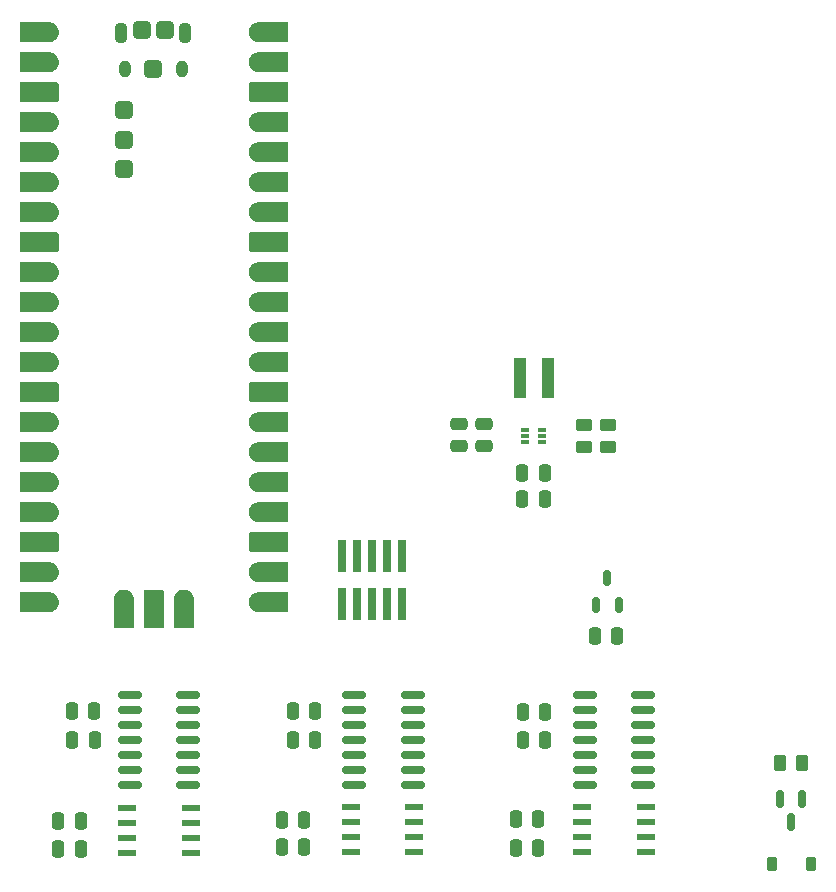
<source format=gbr>
%TF.GenerationSoftware,KiCad,Pcbnew,8.0.8*%
%TF.CreationDate,2025-01-22T12:02:44+01:00*%
%TF.ProjectId,laser_controller,6c617365-725f-4636-9f6e-74726f6c6c65,rev?*%
%TF.SameCoordinates,Original*%
%TF.FileFunction,Paste,Top*%
%TF.FilePolarity,Positive*%
%FSLAX46Y46*%
G04 Gerber Fmt 4.6, Leading zero omitted, Abs format (unit mm)*
G04 Created by KiCad (PCBNEW 8.0.8) date 2025-01-22 12:02:44*
%MOMM*%
%LPD*%
G01*
G04 APERTURE LIST*
G04 Aperture macros list*
%AMRoundRect*
0 Rectangle with rounded corners*
0 $1 Rounding radius*
0 $2 $3 $4 $5 $6 $7 $8 $9 X,Y pos of 4 corners*
0 Add a 4 corners polygon primitive as box body*
4,1,4,$2,$3,$4,$5,$6,$7,$8,$9,$2,$3,0*
0 Add four circle primitives for the rounded corners*
1,1,$1+$1,$2,$3*
1,1,$1+$1,$4,$5*
1,1,$1+$1,$6,$7*
1,1,$1+$1,$8,$9*
0 Add four rect primitives between the rounded corners*
20,1,$1+$1,$2,$3,$4,$5,0*
20,1,$1+$1,$4,$5,$6,$7,0*
20,1,$1+$1,$6,$7,$8,$9,0*
20,1,$1+$1,$8,$9,$2,$3,0*%
G04 Aperture macros list end*
%ADD10C,0.010000*%
%ADD11R,1.550000X0.600000*%
%ADD12RoundRect,0.250000X0.250000X0.475000X-0.250000X0.475000X-0.250000X-0.475000X0.250000X-0.475000X0*%
%ADD13RoundRect,0.300000X-0.450000X-0.450000X0.450000X-0.450000X0.450000X0.450000X-0.450000X0.450000X0*%
%ADD14O,1.050000X1.450000*%
%ADD15O,1.100000X1.800000*%
%ADD16R,0.980000X3.400000*%
%ADD17RoundRect,0.150000X-0.150000X0.587500X-0.150000X-0.587500X0.150000X-0.587500X0.150000X0.587500X0*%
%ADD18R,0.740000X2.790000*%
%ADD19RoundRect,0.150000X-0.825000X-0.150000X0.825000X-0.150000X0.825000X0.150000X-0.825000X0.150000X0*%
%ADD20RoundRect,0.250000X-0.450000X0.262500X-0.450000X-0.262500X0.450000X-0.262500X0.450000X0.262500X0*%
%ADD21RoundRect,0.225000X0.225000X0.375000X-0.225000X0.375000X-0.225000X-0.375000X0.225000X-0.375000X0*%
%ADD22RoundRect,0.250000X0.450000X-0.262500X0.450000X0.262500X-0.450000X0.262500X-0.450000X-0.262500X0*%
%ADD23RoundRect,0.250000X-0.475000X0.250000X-0.475000X-0.250000X0.475000X-0.250000X0.475000X0.250000X0*%
%ADD24RoundRect,0.150000X0.150000X-0.512500X0.150000X0.512500X-0.150000X0.512500X-0.150000X-0.512500X0*%
%ADD25RoundRect,0.250000X0.262500X0.450000X-0.262500X0.450000X-0.262500X-0.450000X0.262500X-0.450000X0*%
%ADD26RoundRect,0.087500X-0.250000X-0.087500X0.250000X-0.087500X0.250000X0.087500X-0.250000X0.087500X0*%
G04 APERTURE END LIST*
D10*
%TO.C,U2*%
X131290000Y-105050000D02*
X128290000Y-105050000D01*
X128280000Y-105050000D01*
X128269000Y-105049000D01*
X128259000Y-105048000D01*
X128248000Y-105046000D01*
X128238000Y-105043000D01*
X128228000Y-105040000D01*
X128218000Y-105037000D01*
X128209000Y-105033000D01*
X128199000Y-105028000D01*
X128190000Y-105023000D01*
X128181000Y-105018000D01*
X128172000Y-105012000D01*
X128164000Y-105005000D01*
X128156000Y-104999000D01*
X128149000Y-104991000D01*
X128141000Y-104984000D01*
X128135000Y-104976000D01*
X128128000Y-104968000D01*
X128122000Y-104959000D01*
X128117000Y-104950000D01*
X128112000Y-104941000D01*
X128107000Y-104931000D01*
X128103000Y-104922000D01*
X128100000Y-104912000D01*
X128097000Y-104902000D01*
X128094000Y-104892000D01*
X128092000Y-104881000D01*
X128091000Y-104871000D01*
X128090000Y-104860000D01*
X128090000Y-104850000D01*
X128090000Y-103650000D01*
X128090000Y-103640000D01*
X128091000Y-103629000D01*
X128092000Y-103619000D01*
X128094000Y-103608000D01*
X128097000Y-103598000D01*
X128100000Y-103588000D01*
X128103000Y-103578000D01*
X128107000Y-103569000D01*
X128112000Y-103559000D01*
X128117000Y-103550000D01*
X128122000Y-103541000D01*
X128128000Y-103532000D01*
X128135000Y-103524000D01*
X128141000Y-103516000D01*
X128149000Y-103509000D01*
X128156000Y-103501000D01*
X128164000Y-103495000D01*
X128172000Y-103488000D01*
X128181000Y-103482000D01*
X128190000Y-103477000D01*
X128199000Y-103472000D01*
X128209000Y-103467000D01*
X128218000Y-103463000D01*
X128228000Y-103460000D01*
X128238000Y-103457000D01*
X128248000Y-103454000D01*
X128259000Y-103452000D01*
X128269000Y-103451000D01*
X128280000Y-103450000D01*
X128290000Y-103450000D01*
X131290000Y-103450000D01*
X131290000Y-105050000D01*
G36*
X131290000Y-105050000D02*
G01*
X128290000Y-105050000D01*
X128280000Y-105050000D01*
X128269000Y-105049000D01*
X128259000Y-105048000D01*
X128248000Y-105046000D01*
X128238000Y-105043000D01*
X128228000Y-105040000D01*
X128218000Y-105037000D01*
X128209000Y-105033000D01*
X128199000Y-105028000D01*
X128190000Y-105023000D01*
X128181000Y-105018000D01*
X128172000Y-105012000D01*
X128164000Y-105005000D01*
X128156000Y-104999000D01*
X128149000Y-104991000D01*
X128141000Y-104984000D01*
X128135000Y-104976000D01*
X128128000Y-104968000D01*
X128122000Y-104959000D01*
X128117000Y-104950000D01*
X128112000Y-104941000D01*
X128107000Y-104931000D01*
X128103000Y-104922000D01*
X128100000Y-104912000D01*
X128097000Y-104902000D01*
X128094000Y-104892000D01*
X128092000Y-104881000D01*
X128091000Y-104871000D01*
X128090000Y-104860000D01*
X128090000Y-104850000D01*
X128090000Y-103650000D01*
X128090000Y-103640000D01*
X128091000Y-103629000D01*
X128092000Y-103619000D01*
X128094000Y-103608000D01*
X128097000Y-103598000D01*
X128100000Y-103588000D01*
X128103000Y-103578000D01*
X128107000Y-103569000D01*
X128112000Y-103559000D01*
X128117000Y-103550000D01*
X128122000Y-103541000D01*
X128128000Y-103532000D01*
X128135000Y-103524000D01*
X128141000Y-103516000D01*
X128149000Y-103509000D01*
X128156000Y-103501000D01*
X128164000Y-103495000D01*
X128172000Y-103488000D01*
X128181000Y-103482000D01*
X128190000Y-103477000D01*
X128199000Y-103472000D01*
X128209000Y-103467000D01*
X128218000Y-103463000D01*
X128228000Y-103460000D01*
X128238000Y-103457000D01*
X128248000Y-103454000D01*
X128259000Y-103452000D01*
X128269000Y-103451000D01*
X128280000Y-103450000D01*
X128290000Y-103450000D01*
X131290000Y-103450000D01*
X131290000Y-105050000D01*
G37*
X131290000Y-92350000D02*
X128290000Y-92350000D01*
X128280000Y-92350000D01*
X128269000Y-92349000D01*
X128259000Y-92348000D01*
X128248000Y-92346000D01*
X128238000Y-92343000D01*
X128228000Y-92340000D01*
X128218000Y-92337000D01*
X128209000Y-92333000D01*
X128199000Y-92328000D01*
X128190000Y-92323000D01*
X128181000Y-92318000D01*
X128172000Y-92312000D01*
X128164000Y-92305000D01*
X128156000Y-92299000D01*
X128149000Y-92291000D01*
X128141000Y-92284000D01*
X128135000Y-92276000D01*
X128128000Y-92268000D01*
X128122000Y-92259000D01*
X128117000Y-92250000D01*
X128112000Y-92241000D01*
X128107000Y-92231000D01*
X128103000Y-92222000D01*
X128100000Y-92212000D01*
X128097000Y-92202000D01*
X128094000Y-92192000D01*
X128092000Y-92181000D01*
X128091000Y-92171000D01*
X128090000Y-92160000D01*
X128090000Y-92150000D01*
X128090000Y-90950000D01*
X128090000Y-90940000D01*
X128091000Y-90929000D01*
X128092000Y-90919000D01*
X128094000Y-90908000D01*
X128097000Y-90898000D01*
X128100000Y-90888000D01*
X128103000Y-90878000D01*
X128107000Y-90869000D01*
X128112000Y-90859000D01*
X128117000Y-90850000D01*
X128122000Y-90841000D01*
X128128000Y-90832000D01*
X128135000Y-90824000D01*
X128141000Y-90816000D01*
X128149000Y-90809000D01*
X128156000Y-90801000D01*
X128164000Y-90795000D01*
X128172000Y-90788000D01*
X128181000Y-90782000D01*
X128190000Y-90777000D01*
X128199000Y-90772000D01*
X128209000Y-90767000D01*
X128218000Y-90763000D01*
X128228000Y-90760000D01*
X128238000Y-90757000D01*
X128248000Y-90754000D01*
X128259000Y-90752000D01*
X128269000Y-90751000D01*
X128280000Y-90750000D01*
X128290000Y-90750000D01*
X131290000Y-90750000D01*
X131290000Y-92350000D01*
G36*
X131290000Y-92350000D02*
G01*
X128290000Y-92350000D01*
X128280000Y-92350000D01*
X128269000Y-92349000D01*
X128259000Y-92348000D01*
X128248000Y-92346000D01*
X128238000Y-92343000D01*
X128228000Y-92340000D01*
X128218000Y-92337000D01*
X128209000Y-92333000D01*
X128199000Y-92328000D01*
X128190000Y-92323000D01*
X128181000Y-92318000D01*
X128172000Y-92312000D01*
X128164000Y-92305000D01*
X128156000Y-92299000D01*
X128149000Y-92291000D01*
X128141000Y-92284000D01*
X128135000Y-92276000D01*
X128128000Y-92268000D01*
X128122000Y-92259000D01*
X128117000Y-92250000D01*
X128112000Y-92241000D01*
X128107000Y-92231000D01*
X128103000Y-92222000D01*
X128100000Y-92212000D01*
X128097000Y-92202000D01*
X128094000Y-92192000D01*
X128092000Y-92181000D01*
X128091000Y-92171000D01*
X128090000Y-92160000D01*
X128090000Y-92150000D01*
X128090000Y-90950000D01*
X128090000Y-90940000D01*
X128091000Y-90929000D01*
X128092000Y-90919000D01*
X128094000Y-90908000D01*
X128097000Y-90898000D01*
X128100000Y-90888000D01*
X128103000Y-90878000D01*
X128107000Y-90869000D01*
X128112000Y-90859000D01*
X128117000Y-90850000D01*
X128122000Y-90841000D01*
X128128000Y-90832000D01*
X128135000Y-90824000D01*
X128141000Y-90816000D01*
X128149000Y-90809000D01*
X128156000Y-90801000D01*
X128164000Y-90795000D01*
X128172000Y-90788000D01*
X128181000Y-90782000D01*
X128190000Y-90777000D01*
X128199000Y-90772000D01*
X128209000Y-90767000D01*
X128218000Y-90763000D01*
X128228000Y-90760000D01*
X128238000Y-90757000D01*
X128248000Y-90754000D01*
X128259000Y-90752000D01*
X128269000Y-90751000D01*
X128280000Y-90750000D01*
X128290000Y-90750000D01*
X131290000Y-90750000D01*
X131290000Y-92350000D01*
G37*
X131290000Y-79650000D02*
X128290000Y-79650000D01*
X128280000Y-79650000D01*
X128269000Y-79649000D01*
X128259000Y-79648000D01*
X128248000Y-79646000D01*
X128238000Y-79643000D01*
X128228000Y-79640000D01*
X128218000Y-79637000D01*
X128209000Y-79633000D01*
X128199000Y-79628000D01*
X128190000Y-79623000D01*
X128181000Y-79618000D01*
X128172000Y-79612000D01*
X128164000Y-79605000D01*
X128156000Y-79599000D01*
X128149000Y-79591000D01*
X128141000Y-79584000D01*
X128135000Y-79576000D01*
X128128000Y-79568000D01*
X128122000Y-79559000D01*
X128117000Y-79550000D01*
X128112000Y-79541000D01*
X128107000Y-79531000D01*
X128103000Y-79522000D01*
X128100000Y-79512000D01*
X128097000Y-79502000D01*
X128094000Y-79492000D01*
X128092000Y-79481000D01*
X128091000Y-79471000D01*
X128090000Y-79460000D01*
X128090000Y-79450000D01*
X128090000Y-78250000D01*
X128090000Y-78240000D01*
X128091000Y-78229000D01*
X128092000Y-78219000D01*
X128094000Y-78208000D01*
X128097000Y-78198000D01*
X128100000Y-78188000D01*
X128103000Y-78178000D01*
X128107000Y-78169000D01*
X128112000Y-78159000D01*
X128117000Y-78150000D01*
X128122000Y-78141000D01*
X128128000Y-78132000D01*
X128135000Y-78124000D01*
X128141000Y-78116000D01*
X128149000Y-78109000D01*
X128156000Y-78101000D01*
X128164000Y-78095000D01*
X128172000Y-78088000D01*
X128181000Y-78082000D01*
X128190000Y-78077000D01*
X128199000Y-78072000D01*
X128209000Y-78067000D01*
X128218000Y-78063000D01*
X128228000Y-78060000D01*
X128238000Y-78057000D01*
X128248000Y-78054000D01*
X128259000Y-78052000D01*
X128269000Y-78051000D01*
X128280000Y-78050000D01*
X128290000Y-78050000D01*
X131290000Y-78050000D01*
X131290000Y-79650000D01*
G36*
X131290000Y-79650000D02*
G01*
X128290000Y-79650000D01*
X128280000Y-79650000D01*
X128269000Y-79649000D01*
X128259000Y-79648000D01*
X128248000Y-79646000D01*
X128238000Y-79643000D01*
X128228000Y-79640000D01*
X128218000Y-79637000D01*
X128209000Y-79633000D01*
X128199000Y-79628000D01*
X128190000Y-79623000D01*
X128181000Y-79618000D01*
X128172000Y-79612000D01*
X128164000Y-79605000D01*
X128156000Y-79599000D01*
X128149000Y-79591000D01*
X128141000Y-79584000D01*
X128135000Y-79576000D01*
X128128000Y-79568000D01*
X128122000Y-79559000D01*
X128117000Y-79550000D01*
X128112000Y-79541000D01*
X128107000Y-79531000D01*
X128103000Y-79522000D01*
X128100000Y-79512000D01*
X128097000Y-79502000D01*
X128094000Y-79492000D01*
X128092000Y-79481000D01*
X128091000Y-79471000D01*
X128090000Y-79460000D01*
X128090000Y-79450000D01*
X128090000Y-78250000D01*
X128090000Y-78240000D01*
X128091000Y-78229000D01*
X128092000Y-78219000D01*
X128094000Y-78208000D01*
X128097000Y-78198000D01*
X128100000Y-78188000D01*
X128103000Y-78178000D01*
X128107000Y-78169000D01*
X128112000Y-78159000D01*
X128117000Y-78150000D01*
X128122000Y-78141000D01*
X128128000Y-78132000D01*
X128135000Y-78124000D01*
X128141000Y-78116000D01*
X128149000Y-78109000D01*
X128156000Y-78101000D01*
X128164000Y-78095000D01*
X128172000Y-78088000D01*
X128181000Y-78082000D01*
X128190000Y-78077000D01*
X128199000Y-78072000D01*
X128209000Y-78067000D01*
X128218000Y-78063000D01*
X128228000Y-78060000D01*
X128238000Y-78057000D01*
X128248000Y-78054000D01*
X128259000Y-78052000D01*
X128269000Y-78051000D01*
X128280000Y-78050000D01*
X128290000Y-78050000D01*
X131290000Y-78050000D01*
X131290000Y-79650000D01*
G37*
X131290000Y-66950000D02*
X128290000Y-66950000D01*
X128280000Y-66950000D01*
X128269000Y-66949000D01*
X128259000Y-66948000D01*
X128248000Y-66946000D01*
X128238000Y-66943000D01*
X128228000Y-66940000D01*
X128218000Y-66937000D01*
X128209000Y-66933000D01*
X128199000Y-66928000D01*
X128190000Y-66923000D01*
X128181000Y-66918000D01*
X128172000Y-66912000D01*
X128164000Y-66905000D01*
X128156000Y-66899000D01*
X128149000Y-66891000D01*
X128141000Y-66884000D01*
X128135000Y-66876000D01*
X128128000Y-66868000D01*
X128122000Y-66859000D01*
X128117000Y-66850000D01*
X128112000Y-66841000D01*
X128107000Y-66831000D01*
X128103000Y-66822000D01*
X128100000Y-66812000D01*
X128097000Y-66802000D01*
X128094000Y-66792000D01*
X128092000Y-66781000D01*
X128091000Y-66771000D01*
X128090000Y-66760000D01*
X128090000Y-66750000D01*
X128090000Y-65550000D01*
X128090000Y-65540000D01*
X128091000Y-65529000D01*
X128092000Y-65519000D01*
X128094000Y-65508000D01*
X128097000Y-65498000D01*
X128100000Y-65488000D01*
X128103000Y-65478000D01*
X128107000Y-65469000D01*
X128112000Y-65459000D01*
X128117000Y-65450000D01*
X128122000Y-65441000D01*
X128128000Y-65432000D01*
X128135000Y-65424000D01*
X128141000Y-65416000D01*
X128149000Y-65409000D01*
X128156000Y-65401000D01*
X128164000Y-65395000D01*
X128172000Y-65388000D01*
X128181000Y-65382000D01*
X128190000Y-65377000D01*
X128199000Y-65372000D01*
X128209000Y-65367000D01*
X128218000Y-65363000D01*
X128228000Y-65360000D01*
X128238000Y-65357000D01*
X128248000Y-65354000D01*
X128259000Y-65352000D01*
X128269000Y-65351000D01*
X128280000Y-65350000D01*
X128290000Y-65350000D01*
X131290000Y-65350000D01*
X131290000Y-66950000D01*
G36*
X131290000Y-66950000D02*
G01*
X128290000Y-66950000D01*
X128280000Y-66950000D01*
X128269000Y-66949000D01*
X128259000Y-66948000D01*
X128248000Y-66946000D01*
X128238000Y-66943000D01*
X128228000Y-66940000D01*
X128218000Y-66937000D01*
X128209000Y-66933000D01*
X128199000Y-66928000D01*
X128190000Y-66923000D01*
X128181000Y-66918000D01*
X128172000Y-66912000D01*
X128164000Y-66905000D01*
X128156000Y-66899000D01*
X128149000Y-66891000D01*
X128141000Y-66884000D01*
X128135000Y-66876000D01*
X128128000Y-66868000D01*
X128122000Y-66859000D01*
X128117000Y-66850000D01*
X128112000Y-66841000D01*
X128107000Y-66831000D01*
X128103000Y-66822000D01*
X128100000Y-66812000D01*
X128097000Y-66802000D01*
X128094000Y-66792000D01*
X128092000Y-66781000D01*
X128091000Y-66771000D01*
X128090000Y-66760000D01*
X128090000Y-66750000D01*
X128090000Y-65550000D01*
X128090000Y-65540000D01*
X128091000Y-65529000D01*
X128092000Y-65519000D01*
X128094000Y-65508000D01*
X128097000Y-65498000D01*
X128100000Y-65488000D01*
X128103000Y-65478000D01*
X128107000Y-65469000D01*
X128112000Y-65459000D01*
X128117000Y-65450000D01*
X128122000Y-65441000D01*
X128128000Y-65432000D01*
X128135000Y-65424000D01*
X128141000Y-65416000D01*
X128149000Y-65409000D01*
X128156000Y-65401000D01*
X128164000Y-65395000D01*
X128172000Y-65388000D01*
X128181000Y-65382000D01*
X128190000Y-65377000D01*
X128199000Y-65372000D01*
X128209000Y-65367000D01*
X128218000Y-65363000D01*
X128228000Y-65360000D01*
X128238000Y-65357000D01*
X128248000Y-65354000D01*
X128259000Y-65352000D01*
X128269000Y-65351000D01*
X128280000Y-65350000D01*
X128290000Y-65350000D01*
X131290000Y-65350000D01*
X131290000Y-66950000D01*
G37*
X120621000Y-108301000D02*
X120631000Y-108302000D01*
X120642000Y-108304000D01*
X120652000Y-108307000D01*
X120662000Y-108310000D01*
X120672000Y-108313000D01*
X120681000Y-108317000D01*
X120691000Y-108322000D01*
X120700000Y-108327000D01*
X120709000Y-108332000D01*
X120718000Y-108338000D01*
X120726000Y-108345000D01*
X120734000Y-108351000D01*
X120741000Y-108359000D01*
X120749000Y-108366000D01*
X120755000Y-108374000D01*
X120762000Y-108382000D01*
X120768000Y-108391000D01*
X120773000Y-108400000D01*
X120778000Y-108409000D01*
X120783000Y-108419000D01*
X120787000Y-108428000D01*
X120790000Y-108438000D01*
X120793000Y-108448000D01*
X120796000Y-108458000D01*
X120798000Y-108469000D01*
X120799000Y-108479000D01*
X120800000Y-108490000D01*
X120800000Y-108500000D01*
X120800000Y-111500000D01*
X119200000Y-111500000D01*
X119200000Y-108500000D01*
X119200000Y-108490000D01*
X119201000Y-108479000D01*
X119202000Y-108469000D01*
X119204000Y-108458000D01*
X119207000Y-108448000D01*
X119210000Y-108438000D01*
X119213000Y-108428000D01*
X119217000Y-108419000D01*
X119222000Y-108409000D01*
X119227000Y-108400000D01*
X119232000Y-108391000D01*
X119238000Y-108382000D01*
X119245000Y-108374000D01*
X119251000Y-108366000D01*
X119259000Y-108359000D01*
X119266000Y-108351000D01*
X119274000Y-108345000D01*
X119282000Y-108338000D01*
X119291000Y-108332000D01*
X119300000Y-108327000D01*
X119309000Y-108322000D01*
X119319000Y-108317000D01*
X119328000Y-108313000D01*
X119338000Y-108310000D01*
X119348000Y-108307000D01*
X119358000Y-108304000D01*
X119369000Y-108302000D01*
X119379000Y-108301000D01*
X119390000Y-108300000D01*
X119400000Y-108300000D01*
X120600000Y-108300000D01*
X120610000Y-108300000D01*
X120621000Y-108301000D01*
G36*
X120621000Y-108301000D02*
G01*
X120631000Y-108302000D01*
X120642000Y-108304000D01*
X120652000Y-108307000D01*
X120662000Y-108310000D01*
X120672000Y-108313000D01*
X120681000Y-108317000D01*
X120691000Y-108322000D01*
X120700000Y-108327000D01*
X120709000Y-108332000D01*
X120718000Y-108338000D01*
X120726000Y-108345000D01*
X120734000Y-108351000D01*
X120741000Y-108359000D01*
X120749000Y-108366000D01*
X120755000Y-108374000D01*
X120762000Y-108382000D01*
X120768000Y-108391000D01*
X120773000Y-108400000D01*
X120778000Y-108409000D01*
X120783000Y-108419000D01*
X120787000Y-108428000D01*
X120790000Y-108438000D01*
X120793000Y-108448000D01*
X120796000Y-108458000D01*
X120798000Y-108469000D01*
X120799000Y-108479000D01*
X120800000Y-108490000D01*
X120800000Y-108500000D01*
X120800000Y-111500000D01*
X119200000Y-111500000D01*
X119200000Y-108500000D01*
X119200000Y-108490000D01*
X119201000Y-108479000D01*
X119202000Y-108469000D01*
X119204000Y-108458000D01*
X119207000Y-108448000D01*
X119210000Y-108438000D01*
X119213000Y-108428000D01*
X119217000Y-108419000D01*
X119222000Y-108409000D01*
X119227000Y-108400000D01*
X119232000Y-108391000D01*
X119238000Y-108382000D01*
X119245000Y-108374000D01*
X119251000Y-108366000D01*
X119259000Y-108359000D01*
X119266000Y-108351000D01*
X119274000Y-108345000D01*
X119282000Y-108338000D01*
X119291000Y-108332000D01*
X119300000Y-108327000D01*
X119309000Y-108322000D01*
X119319000Y-108317000D01*
X119328000Y-108313000D01*
X119338000Y-108310000D01*
X119348000Y-108307000D01*
X119358000Y-108304000D01*
X119369000Y-108302000D01*
X119379000Y-108301000D01*
X119390000Y-108300000D01*
X119400000Y-108300000D01*
X120600000Y-108300000D01*
X120610000Y-108300000D01*
X120621000Y-108301000D01*
G37*
X111731000Y-103451000D02*
X111741000Y-103452000D01*
X111752000Y-103454000D01*
X111762000Y-103457000D01*
X111772000Y-103460000D01*
X111782000Y-103463000D01*
X111791000Y-103467000D01*
X111801000Y-103472000D01*
X111810000Y-103477000D01*
X111819000Y-103482000D01*
X111828000Y-103488000D01*
X111836000Y-103495000D01*
X111844000Y-103501000D01*
X111851000Y-103509000D01*
X111859000Y-103516000D01*
X111865000Y-103524000D01*
X111872000Y-103532000D01*
X111878000Y-103541000D01*
X111883000Y-103550000D01*
X111888000Y-103559000D01*
X111893000Y-103569000D01*
X111897000Y-103578000D01*
X111900000Y-103588000D01*
X111903000Y-103598000D01*
X111906000Y-103608000D01*
X111908000Y-103619000D01*
X111909000Y-103629000D01*
X111910000Y-103640000D01*
X111910000Y-103650000D01*
X111910000Y-104850000D01*
X111910000Y-104860000D01*
X111909000Y-104871000D01*
X111908000Y-104881000D01*
X111906000Y-104892000D01*
X111903000Y-104902000D01*
X111900000Y-104912000D01*
X111897000Y-104922000D01*
X111893000Y-104931000D01*
X111888000Y-104941000D01*
X111883000Y-104950000D01*
X111878000Y-104959000D01*
X111872000Y-104968000D01*
X111865000Y-104976000D01*
X111859000Y-104984000D01*
X111851000Y-104991000D01*
X111844000Y-104999000D01*
X111836000Y-105005000D01*
X111828000Y-105012000D01*
X111819000Y-105018000D01*
X111810000Y-105023000D01*
X111801000Y-105028000D01*
X111791000Y-105033000D01*
X111782000Y-105037000D01*
X111772000Y-105040000D01*
X111762000Y-105043000D01*
X111752000Y-105046000D01*
X111741000Y-105048000D01*
X111731000Y-105049000D01*
X111720000Y-105050000D01*
X111710000Y-105050000D01*
X108710000Y-105050000D01*
X108710000Y-103450000D01*
X111710000Y-103450000D01*
X111720000Y-103450000D01*
X111731000Y-103451000D01*
G36*
X111731000Y-103451000D02*
G01*
X111741000Y-103452000D01*
X111752000Y-103454000D01*
X111762000Y-103457000D01*
X111772000Y-103460000D01*
X111782000Y-103463000D01*
X111791000Y-103467000D01*
X111801000Y-103472000D01*
X111810000Y-103477000D01*
X111819000Y-103482000D01*
X111828000Y-103488000D01*
X111836000Y-103495000D01*
X111844000Y-103501000D01*
X111851000Y-103509000D01*
X111859000Y-103516000D01*
X111865000Y-103524000D01*
X111872000Y-103532000D01*
X111878000Y-103541000D01*
X111883000Y-103550000D01*
X111888000Y-103559000D01*
X111893000Y-103569000D01*
X111897000Y-103578000D01*
X111900000Y-103588000D01*
X111903000Y-103598000D01*
X111906000Y-103608000D01*
X111908000Y-103619000D01*
X111909000Y-103629000D01*
X111910000Y-103640000D01*
X111910000Y-103650000D01*
X111910000Y-104850000D01*
X111910000Y-104860000D01*
X111909000Y-104871000D01*
X111908000Y-104881000D01*
X111906000Y-104892000D01*
X111903000Y-104902000D01*
X111900000Y-104912000D01*
X111897000Y-104922000D01*
X111893000Y-104931000D01*
X111888000Y-104941000D01*
X111883000Y-104950000D01*
X111878000Y-104959000D01*
X111872000Y-104968000D01*
X111865000Y-104976000D01*
X111859000Y-104984000D01*
X111851000Y-104991000D01*
X111844000Y-104999000D01*
X111836000Y-105005000D01*
X111828000Y-105012000D01*
X111819000Y-105018000D01*
X111810000Y-105023000D01*
X111801000Y-105028000D01*
X111791000Y-105033000D01*
X111782000Y-105037000D01*
X111772000Y-105040000D01*
X111762000Y-105043000D01*
X111752000Y-105046000D01*
X111741000Y-105048000D01*
X111731000Y-105049000D01*
X111720000Y-105050000D01*
X111710000Y-105050000D01*
X108710000Y-105050000D01*
X108710000Y-103450000D01*
X111710000Y-103450000D01*
X111720000Y-103450000D01*
X111731000Y-103451000D01*
G37*
X111731000Y-90751000D02*
X111741000Y-90752000D01*
X111752000Y-90754000D01*
X111762000Y-90757000D01*
X111772000Y-90760000D01*
X111782000Y-90763000D01*
X111791000Y-90767000D01*
X111801000Y-90772000D01*
X111810000Y-90777000D01*
X111819000Y-90782000D01*
X111828000Y-90788000D01*
X111836000Y-90795000D01*
X111844000Y-90801000D01*
X111851000Y-90809000D01*
X111859000Y-90816000D01*
X111865000Y-90824000D01*
X111872000Y-90832000D01*
X111878000Y-90841000D01*
X111883000Y-90850000D01*
X111888000Y-90859000D01*
X111893000Y-90869000D01*
X111897000Y-90878000D01*
X111900000Y-90888000D01*
X111903000Y-90898000D01*
X111906000Y-90908000D01*
X111908000Y-90919000D01*
X111909000Y-90929000D01*
X111910000Y-90940000D01*
X111910000Y-90950000D01*
X111910000Y-92150000D01*
X111910000Y-92160000D01*
X111909000Y-92171000D01*
X111908000Y-92181000D01*
X111906000Y-92192000D01*
X111903000Y-92202000D01*
X111900000Y-92212000D01*
X111897000Y-92222000D01*
X111893000Y-92231000D01*
X111888000Y-92241000D01*
X111883000Y-92250000D01*
X111878000Y-92259000D01*
X111872000Y-92268000D01*
X111865000Y-92276000D01*
X111859000Y-92284000D01*
X111851000Y-92291000D01*
X111844000Y-92299000D01*
X111836000Y-92305000D01*
X111828000Y-92312000D01*
X111819000Y-92318000D01*
X111810000Y-92323000D01*
X111801000Y-92328000D01*
X111791000Y-92333000D01*
X111782000Y-92337000D01*
X111772000Y-92340000D01*
X111762000Y-92343000D01*
X111752000Y-92346000D01*
X111741000Y-92348000D01*
X111731000Y-92349000D01*
X111720000Y-92350000D01*
X111710000Y-92350000D01*
X108710000Y-92350000D01*
X108710000Y-90750000D01*
X111710000Y-90750000D01*
X111720000Y-90750000D01*
X111731000Y-90751000D01*
G36*
X111731000Y-90751000D02*
G01*
X111741000Y-90752000D01*
X111752000Y-90754000D01*
X111762000Y-90757000D01*
X111772000Y-90760000D01*
X111782000Y-90763000D01*
X111791000Y-90767000D01*
X111801000Y-90772000D01*
X111810000Y-90777000D01*
X111819000Y-90782000D01*
X111828000Y-90788000D01*
X111836000Y-90795000D01*
X111844000Y-90801000D01*
X111851000Y-90809000D01*
X111859000Y-90816000D01*
X111865000Y-90824000D01*
X111872000Y-90832000D01*
X111878000Y-90841000D01*
X111883000Y-90850000D01*
X111888000Y-90859000D01*
X111893000Y-90869000D01*
X111897000Y-90878000D01*
X111900000Y-90888000D01*
X111903000Y-90898000D01*
X111906000Y-90908000D01*
X111908000Y-90919000D01*
X111909000Y-90929000D01*
X111910000Y-90940000D01*
X111910000Y-90950000D01*
X111910000Y-92150000D01*
X111910000Y-92160000D01*
X111909000Y-92171000D01*
X111908000Y-92181000D01*
X111906000Y-92192000D01*
X111903000Y-92202000D01*
X111900000Y-92212000D01*
X111897000Y-92222000D01*
X111893000Y-92231000D01*
X111888000Y-92241000D01*
X111883000Y-92250000D01*
X111878000Y-92259000D01*
X111872000Y-92268000D01*
X111865000Y-92276000D01*
X111859000Y-92284000D01*
X111851000Y-92291000D01*
X111844000Y-92299000D01*
X111836000Y-92305000D01*
X111828000Y-92312000D01*
X111819000Y-92318000D01*
X111810000Y-92323000D01*
X111801000Y-92328000D01*
X111791000Y-92333000D01*
X111782000Y-92337000D01*
X111772000Y-92340000D01*
X111762000Y-92343000D01*
X111752000Y-92346000D01*
X111741000Y-92348000D01*
X111731000Y-92349000D01*
X111720000Y-92350000D01*
X111710000Y-92350000D01*
X108710000Y-92350000D01*
X108710000Y-90750000D01*
X111710000Y-90750000D01*
X111720000Y-90750000D01*
X111731000Y-90751000D01*
G37*
X111731000Y-78051000D02*
X111741000Y-78052000D01*
X111752000Y-78054000D01*
X111762000Y-78057000D01*
X111772000Y-78060000D01*
X111782000Y-78063000D01*
X111791000Y-78067000D01*
X111801000Y-78072000D01*
X111810000Y-78077000D01*
X111819000Y-78082000D01*
X111828000Y-78088000D01*
X111836000Y-78095000D01*
X111844000Y-78101000D01*
X111851000Y-78109000D01*
X111859000Y-78116000D01*
X111865000Y-78124000D01*
X111872000Y-78132000D01*
X111878000Y-78141000D01*
X111883000Y-78150000D01*
X111888000Y-78159000D01*
X111893000Y-78169000D01*
X111897000Y-78178000D01*
X111900000Y-78188000D01*
X111903000Y-78198000D01*
X111906000Y-78208000D01*
X111908000Y-78219000D01*
X111909000Y-78229000D01*
X111910000Y-78240000D01*
X111910000Y-78250000D01*
X111910000Y-79450000D01*
X111910000Y-79460000D01*
X111909000Y-79471000D01*
X111908000Y-79481000D01*
X111906000Y-79492000D01*
X111903000Y-79502000D01*
X111900000Y-79512000D01*
X111897000Y-79522000D01*
X111893000Y-79531000D01*
X111888000Y-79541000D01*
X111883000Y-79550000D01*
X111878000Y-79559000D01*
X111872000Y-79568000D01*
X111865000Y-79576000D01*
X111859000Y-79584000D01*
X111851000Y-79591000D01*
X111844000Y-79599000D01*
X111836000Y-79605000D01*
X111828000Y-79612000D01*
X111819000Y-79618000D01*
X111810000Y-79623000D01*
X111801000Y-79628000D01*
X111791000Y-79633000D01*
X111782000Y-79637000D01*
X111772000Y-79640000D01*
X111762000Y-79643000D01*
X111752000Y-79646000D01*
X111741000Y-79648000D01*
X111731000Y-79649000D01*
X111720000Y-79650000D01*
X111710000Y-79650000D01*
X108710000Y-79650000D01*
X108710000Y-78050000D01*
X111710000Y-78050000D01*
X111720000Y-78050000D01*
X111731000Y-78051000D01*
G36*
X111731000Y-78051000D02*
G01*
X111741000Y-78052000D01*
X111752000Y-78054000D01*
X111762000Y-78057000D01*
X111772000Y-78060000D01*
X111782000Y-78063000D01*
X111791000Y-78067000D01*
X111801000Y-78072000D01*
X111810000Y-78077000D01*
X111819000Y-78082000D01*
X111828000Y-78088000D01*
X111836000Y-78095000D01*
X111844000Y-78101000D01*
X111851000Y-78109000D01*
X111859000Y-78116000D01*
X111865000Y-78124000D01*
X111872000Y-78132000D01*
X111878000Y-78141000D01*
X111883000Y-78150000D01*
X111888000Y-78159000D01*
X111893000Y-78169000D01*
X111897000Y-78178000D01*
X111900000Y-78188000D01*
X111903000Y-78198000D01*
X111906000Y-78208000D01*
X111908000Y-78219000D01*
X111909000Y-78229000D01*
X111910000Y-78240000D01*
X111910000Y-78250000D01*
X111910000Y-79450000D01*
X111910000Y-79460000D01*
X111909000Y-79471000D01*
X111908000Y-79481000D01*
X111906000Y-79492000D01*
X111903000Y-79502000D01*
X111900000Y-79512000D01*
X111897000Y-79522000D01*
X111893000Y-79531000D01*
X111888000Y-79541000D01*
X111883000Y-79550000D01*
X111878000Y-79559000D01*
X111872000Y-79568000D01*
X111865000Y-79576000D01*
X111859000Y-79584000D01*
X111851000Y-79591000D01*
X111844000Y-79599000D01*
X111836000Y-79605000D01*
X111828000Y-79612000D01*
X111819000Y-79618000D01*
X111810000Y-79623000D01*
X111801000Y-79628000D01*
X111791000Y-79633000D01*
X111782000Y-79637000D01*
X111772000Y-79640000D01*
X111762000Y-79643000D01*
X111752000Y-79646000D01*
X111741000Y-79648000D01*
X111731000Y-79649000D01*
X111720000Y-79650000D01*
X111710000Y-79650000D01*
X108710000Y-79650000D01*
X108710000Y-78050000D01*
X111710000Y-78050000D01*
X111720000Y-78050000D01*
X111731000Y-78051000D01*
G37*
X111731000Y-65351000D02*
X111741000Y-65352000D01*
X111752000Y-65354000D01*
X111762000Y-65357000D01*
X111772000Y-65360000D01*
X111782000Y-65363000D01*
X111791000Y-65367000D01*
X111801000Y-65372000D01*
X111810000Y-65377000D01*
X111819000Y-65382000D01*
X111828000Y-65388000D01*
X111836000Y-65395000D01*
X111844000Y-65401000D01*
X111851000Y-65409000D01*
X111859000Y-65416000D01*
X111865000Y-65424000D01*
X111872000Y-65432000D01*
X111878000Y-65441000D01*
X111883000Y-65450000D01*
X111888000Y-65459000D01*
X111893000Y-65469000D01*
X111897000Y-65478000D01*
X111900000Y-65488000D01*
X111903000Y-65498000D01*
X111906000Y-65508000D01*
X111908000Y-65519000D01*
X111909000Y-65529000D01*
X111910000Y-65540000D01*
X111910000Y-65550000D01*
X111910000Y-66750000D01*
X111910000Y-66760000D01*
X111909000Y-66771000D01*
X111908000Y-66781000D01*
X111906000Y-66792000D01*
X111903000Y-66802000D01*
X111900000Y-66812000D01*
X111897000Y-66822000D01*
X111893000Y-66831000D01*
X111888000Y-66841000D01*
X111883000Y-66850000D01*
X111878000Y-66859000D01*
X111872000Y-66868000D01*
X111865000Y-66876000D01*
X111859000Y-66884000D01*
X111851000Y-66891000D01*
X111844000Y-66899000D01*
X111836000Y-66905000D01*
X111828000Y-66912000D01*
X111819000Y-66918000D01*
X111810000Y-66923000D01*
X111801000Y-66928000D01*
X111791000Y-66933000D01*
X111782000Y-66937000D01*
X111772000Y-66940000D01*
X111762000Y-66943000D01*
X111752000Y-66946000D01*
X111741000Y-66948000D01*
X111731000Y-66949000D01*
X111720000Y-66950000D01*
X111710000Y-66950000D01*
X108710000Y-66950000D01*
X108710000Y-65350000D01*
X111710000Y-65350000D01*
X111720000Y-65350000D01*
X111731000Y-65351000D01*
G36*
X111731000Y-65351000D02*
G01*
X111741000Y-65352000D01*
X111752000Y-65354000D01*
X111762000Y-65357000D01*
X111772000Y-65360000D01*
X111782000Y-65363000D01*
X111791000Y-65367000D01*
X111801000Y-65372000D01*
X111810000Y-65377000D01*
X111819000Y-65382000D01*
X111828000Y-65388000D01*
X111836000Y-65395000D01*
X111844000Y-65401000D01*
X111851000Y-65409000D01*
X111859000Y-65416000D01*
X111865000Y-65424000D01*
X111872000Y-65432000D01*
X111878000Y-65441000D01*
X111883000Y-65450000D01*
X111888000Y-65459000D01*
X111893000Y-65469000D01*
X111897000Y-65478000D01*
X111900000Y-65488000D01*
X111903000Y-65498000D01*
X111906000Y-65508000D01*
X111908000Y-65519000D01*
X111909000Y-65529000D01*
X111910000Y-65540000D01*
X111910000Y-65550000D01*
X111910000Y-66750000D01*
X111910000Y-66760000D01*
X111909000Y-66771000D01*
X111908000Y-66781000D01*
X111906000Y-66792000D01*
X111903000Y-66802000D01*
X111900000Y-66812000D01*
X111897000Y-66822000D01*
X111893000Y-66831000D01*
X111888000Y-66841000D01*
X111883000Y-66850000D01*
X111878000Y-66859000D01*
X111872000Y-66868000D01*
X111865000Y-66876000D01*
X111859000Y-66884000D01*
X111851000Y-66891000D01*
X111844000Y-66899000D01*
X111836000Y-66905000D01*
X111828000Y-66912000D01*
X111819000Y-66918000D01*
X111810000Y-66923000D01*
X111801000Y-66928000D01*
X111791000Y-66933000D01*
X111782000Y-66937000D01*
X111772000Y-66940000D01*
X111762000Y-66943000D01*
X111752000Y-66946000D01*
X111741000Y-66948000D01*
X111731000Y-66949000D01*
X111720000Y-66950000D01*
X111710000Y-66950000D01*
X108710000Y-66950000D01*
X108710000Y-65350000D01*
X111710000Y-65350000D01*
X111720000Y-65350000D01*
X111731000Y-65351000D01*
G37*
X131290000Y-110130000D02*
X128890000Y-110130000D01*
X128848000Y-110129000D01*
X128806000Y-110126000D01*
X128765000Y-110120000D01*
X128724000Y-110113000D01*
X128683000Y-110103000D01*
X128643000Y-110091000D01*
X128603000Y-110077000D01*
X128565000Y-110061000D01*
X128527000Y-110043000D01*
X128490000Y-110023000D01*
X128454000Y-110001000D01*
X128420000Y-109977000D01*
X128387000Y-109952000D01*
X128355000Y-109925000D01*
X128324000Y-109896000D01*
X128295000Y-109865000D01*
X128268000Y-109833000D01*
X128243000Y-109800000D01*
X128219000Y-109766000D01*
X128197000Y-109730000D01*
X128177000Y-109693000D01*
X128159000Y-109655000D01*
X128143000Y-109617000D01*
X128129000Y-109577000D01*
X128117000Y-109537000D01*
X128107000Y-109496000D01*
X128100000Y-109455000D01*
X128094000Y-109414000D01*
X128091000Y-109372000D01*
X128090000Y-109330000D01*
X128091000Y-109288000D01*
X128094000Y-109246000D01*
X128100000Y-109205000D01*
X128107000Y-109164000D01*
X128117000Y-109123000D01*
X128129000Y-109083000D01*
X128143000Y-109043000D01*
X128159000Y-109005000D01*
X128177000Y-108967000D01*
X128197000Y-108930000D01*
X128219000Y-108894000D01*
X128243000Y-108860000D01*
X128268000Y-108827000D01*
X128295000Y-108795000D01*
X128324000Y-108764000D01*
X128355000Y-108735000D01*
X128387000Y-108708000D01*
X128420000Y-108683000D01*
X128454000Y-108659000D01*
X128490000Y-108637000D01*
X128527000Y-108617000D01*
X128565000Y-108599000D01*
X128603000Y-108583000D01*
X128643000Y-108569000D01*
X128683000Y-108557000D01*
X128724000Y-108547000D01*
X128765000Y-108540000D01*
X128806000Y-108534000D01*
X128848000Y-108531000D01*
X128890000Y-108530000D01*
X131290000Y-108530000D01*
X131290000Y-110130000D01*
G36*
X131290000Y-110130000D02*
G01*
X128890000Y-110130000D01*
X128848000Y-110129000D01*
X128806000Y-110126000D01*
X128765000Y-110120000D01*
X128724000Y-110113000D01*
X128683000Y-110103000D01*
X128643000Y-110091000D01*
X128603000Y-110077000D01*
X128565000Y-110061000D01*
X128527000Y-110043000D01*
X128490000Y-110023000D01*
X128454000Y-110001000D01*
X128420000Y-109977000D01*
X128387000Y-109952000D01*
X128355000Y-109925000D01*
X128324000Y-109896000D01*
X128295000Y-109865000D01*
X128268000Y-109833000D01*
X128243000Y-109800000D01*
X128219000Y-109766000D01*
X128197000Y-109730000D01*
X128177000Y-109693000D01*
X128159000Y-109655000D01*
X128143000Y-109617000D01*
X128129000Y-109577000D01*
X128117000Y-109537000D01*
X128107000Y-109496000D01*
X128100000Y-109455000D01*
X128094000Y-109414000D01*
X128091000Y-109372000D01*
X128090000Y-109330000D01*
X128091000Y-109288000D01*
X128094000Y-109246000D01*
X128100000Y-109205000D01*
X128107000Y-109164000D01*
X128117000Y-109123000D01*
X128129000Y-109083000D01*
X128143000Y-109043000D01*
X128159000Y-109005000D01*
X128177000Y-108967000D01*
X128197000Y-108930000D01*
X128219000Y-108894000D01*
X128243000Y-108860000D01*
X128268000Y-108827000D01*
X128295000Y-108795000D01*
X128324000Y-108764000D01*
X128355000Y-108735000D01*
X128387000Y-108708000D01*
X128420000Y-108683000D01*
X128454000Y-108659000D01*
X128490000Y-108637000D01*
X128527000Y-108617000D01*
X128565000Y-108599000D01*
X128603000Y-108583000D01*
X128643000Y-108569000D01*
X128683000Y-108557000D01*
X128724000Y-108547000D01*
X128765000Y-108540000D01*
X128806000Y-108534000D01*
X128848000Y-108531000D01*
X128890000Y-108530000D01*
X131290000Y-108530000D01*
X131290000Y-110130000D01*
G37*
X131290000Y-107590000D02*
X128890000Y-107590000D01*
X128848000Y-107589000D01*
X128806000Y-107586000D01*
X128765000Y-107580000D01*
X128724000Y-107573000D01*
X128683000Y-107563000D01*
X128643000Y-107551000D01*
X128603000Y-107537000D01*
X128565000Y-107521000D01*
X128527000Y-107503000D01*
X128490000Y-107483000D01*
X128454000Y-107461000D01*
X128420000Y-107437000D01*
X128387000Y-107412000D01*
X128355000Y-107385000D01*
X128324000Y-107356000D01*
X128295000Y-107325000D01*
X128268000Y-107293000D01*
X128243000Y-107260000D01*
X128219000Y-107226000D01*
X128197000Y-107190000D01*
X128177000Y-107153000D01*
X128159000Y-107115000D01*
X128143000Y-107077000D01*
X128129000Y-107037000D01*
X128117000Y-106997000D01*
X128107000Y-106956000D01*
X128100000Y-106915000D01*
X128094000Y-106874000D01*
X128091000Y-106832000D01*
X128090000Y-106790000D01*
X128091000Y-106748000D01*
X128094000Y-106706000D01*
X128100000Y-106665000D01*
X128107000Y-106624000D01*
X128117000Y-106583000D01*
X128129000Y-106543000D01*
X128143000Y-106503000D01*
X128159000Y-106465000D01*
X128177000Y-106427000D01*
X128197000Y-106390000D01*
X128219000Y-106354000D01*
X128243000Y-106320000D01*
X128268000Y-106287000D01*
X128295000Y-106255000D01*
X128324000Y-106224000D01*
X128355000Y-106195000D01*
X128387000Y-106168000D01*
X128420000Y-106143000D01*
X128454000Y-106119000D01*
X128490000Y-106097000D01*
X128527000Y-106077000D01*
X128565000Y-106059000D01*
X128603000Y-106043000D01*
X128643000Y-106029000D01*
X128683000Y-106017000D01*
X128724000Y-106007000D01*
X128765000Y-106000000D01*
X128806000Y-105994000D01*
X128848000Y-105991000D01*
X128890000Y-105990000D01*
X131290000Y-105990000D01*
X131290000Y-107590000D01*
G36*
X131290000Y-107590000D02*
G01*
X128890000Y-107590000D01*
X128848000Y-107589000D01*
X128806000Y-107586000D01*
X128765000Y-107580000D01*
X128724000Y-107573000D01*
X128683000Y-107563000D01*
X128643000Y-107551000D01*
X128603000Y-107537000D01*
X128565000Y-107521000D01*
X128527000Y-107503000D01*
X128490000Y-107483000D01*
X128454000Y-107461000D01*
X128420000Y-107437000D01*
X128387000Y-107412000D01*
X128355000Y-107385000D01*
X128324000Y-107356000D01*
X128295000Y-107325000D01*
X128268000Y-107293000D01*
X128243000Y-107260000D01*
X128219000Y-107226000D01*
X128197000Y-107190000D01*
X128177000Y-107153000D01*
X128159000Y-107115000D01*
X128143000Y-107077000D01*
X128129000Y-107037000D01*
X128117000Y-106997000D01*
X128107000Y-106956000D01*
X128100000Y-106915000D01*
X128094000Y-106874000D01*
X128091000Y-106832000D01*
X128090000Y-106790000D01*
X128091000Y-106748000D01*
X128094000Y-106706000D01*
X128100000Y-106665000D01*
X128107000Y-106624000D01*
X128117000Y-106583000D01*
X128129000Y-106543000D01*
X128143000Y-106503000D01*
X128159000Y-106465000D01*
X128177000Y-106427000D01*
X128197000Y-106390000D01*
X128219000Y-106354000D01*
X128243000Y-106320000D01*
X128268000Y-106287000D01*
X128295000Y-106255000D01*
X128324000Y-106224000D01*
X128355000Y-106195000D01*
X128387000Y-106168000D01*
X128420000Y-106143000D01*
X128454000Y-106119000D01*
X128490000Y-106097000D01*
X128527000Y-106077000D01*
X128565000Y-106059000D01*
X128603000Y-106043000D01*
X128643000Y-106029000D01*
X128683000Y-106017000D01*
X128724000Y-106007000D01*
X128765000Y-106000000D01*
X128806000Y-105994000D01*
X128848000Y-105991000D01*
X128890000Y-105990000D01*
X131290000Y-105990000D01*
X131290000Y-107590000D01*
G37*
X131290000Y-102510000D02*
X128890000Y-102510000D01*
X128848000Y-102509000D01*
X128806000Y-102506000D01*
X128765000Y-102500000D01*
X128724000Y-102493000D01*
X128683000Y-102483000D01*
X128643000Y-102471000D01*
X128603000Y-102457000D01*
X128565000Y-102441000D01*
X128527000Y-102423000D01*
X128490000Y-102403000D01*
X128454000Y-102381000D01*
X128420000Y-102357000D01*
X128387000Y-102332000D01*
X128355000Y-102305000D01*
X128324000Y-102276000D01*
X128295000Y-102245000D01*
X128268000Y-102213000D01*
X128243000Y-102180000D01*
X128219000Y-102146000D01*
X128197000Y-102110000D01*
X128177000Y-102073000D01*
X128159000Y-102035000D01*
X128143000Y-101997000D01*
X128129000Y-101957000D01*
X128117000Y-101917000D01*
X128107000Y-101876000D01*
X128100000Y-101835000D01*
X128094000Y-101794000D01*
X128091000Y-101752000D01*
X128090000Y-101710000D01*
X128091000Y-101668000D01*
X128094000Y-101626000D01*
X128100000Y-101585000D01*
X128107000Y-101544000D01*
X128117000Y-101503000D01*
X128129000Y-101463000D01*
X128143000Y-101423000D01*
X128159000Y-101385000D01*
X128177000Y-101347000D01*
X128197000Y-101310000D01*
X128219000Y-101274000D01*
X128243000Y-101240000D01*
X128268000Y-101207000D01*
X128295000Y-101175000D01*
X128324000Y-101144000D01*
X128355000Y-101115000D01*
X128387000Y-101088000D01*
X128420000Y-101063000D01*
X128454000Y-101039000D01*
X128490000Y-101017000D01*
X128527000Y-100997000D01*
X128565000Y-100979000D01*
X128603000Y-100963000D01*
X128643000Y-100949000D01*
X128683000Y-100937000D01*
X128724000Y-100927000D01*
X128765000Y-100920000D01*
X128806000Y-100914000D01*
X128848000Y-100911000D01*
X128890000Y-100910000D01*
X131290000Y-100910000D01*
X131290000Y-102510000D01*
G36*
X131290000Y-102510000D02*
G01*
X128890000Y-102510000D01*
X128848000Y-102509000D01*
X128806000Y-102506000D01*
X128765000Y-102500000D01*
X128724000Y-102493000D01*
X128683000Y-102483000D01*
X128643000Y-102471000D01*
X128603000Y-102457000D01*
X128565000Y-102441000D01*
X128527000Y-102423000D01*
X128490000Y-102403000D01*
X128454000Y-102381000D01*
X128420000Y-102357000D01*
X128387000Y-102332000D01*
X128355000Y-102305000D01*
X128324000Y-102276000D01*
X128295000Y-102245000D01*
X128268000Y-102213000D01*
X128243000Y-102180000D01*
X128219000Y-102146000D01*
X128197000Y-102110000D01*
X128177000Y-102073000D01*
X128159000Y-102035000D01*
X128143000Y-101997000D01*
X128129000Y-101957000D01*
X128117000Y-101917000D01*
X128107000Y-101876000D01*
X128100000Y-101835000D01*
X128094000Y-101794000D01*
X128091000Y-101752000D01*
X128090000Y-101710000D01*
X128091000Y-101668000D01*
X128094000Y-101626000D01*
X128100000Y-101585000D01*
X128107000Y-101544000D01*
X128117000Y-101503000D01*
X128129000Y-101463000D01*
X128143000Y-101423000D01*
X128159000Y-101385000D01*
X128177000Y-101347000D01*
X128197000Y-101310000D01*
X128219000Y-101274000D01*
X128243000Y-101240000D01*
X128268000Y-101207000D01*
X128295000Y-101175000D01*
X128324000Y-101144000D01*
X128355000Y-101115000D01*
X128387000Y-101088000D01*
X128420000Y-101063000D01*
X128454000Y-101039000D01*
X128490000Y-101017000D01*
X128527000Y-100997000D01*
X128565000Y-100979000D01*
X128603000Y-100963000D01*
X128643000Y-100949000D01*
X128683000Y-100937000D01*
X128724000Y-100927000D01*
X128765000Y-100920000D01*
X128806000Y-100914000D01*
X128848000Y-100911000D01*
X128890000Y-100910000D01*
X131290000Y-100910000D01*
X131290000Y-102510000D01*
G37*
X131290000Y-99970000D02*
X128890000Y-99970000D01*
X128848000Y-99969000D01*
X128806000Y-99966000D01*
X128765000Y-99960000D01*
X128724000Y-99953000D01*
X128683000Y-99943000D01*
X128643000Y-99931000D01*
X128603000Y-99917000D01*
X128565000Y-99901000D01*
X128527000Y-99883000D01*
X128490000Y-99863000D01*
X128454000Y-99841000D01*
X128420000Y-99817000D01*
X128387000Y-99792000D01*
X128355000Y-99765000D01*
X128324000Y-99736000D01*
X128295000Y-99705000D01*
X128268000Y-99673000D01*
X128243000Y-99640000D01*
X128219000Y-99606000D01*
X128197000Y-99570000D01*
X128177000Y-99533000D01*
X128159000Y-99495000D01*
X128143000Y-99457000D01*
X128129000Y-99417000D01*
X128117000Y-99377000D01*
X128107000Y-99336000D01*
X128100000Y-99295000D01*
X128094000Y-99254000D01*
X128091000Y-99212000D01*
X128090000Y-99170000D01*
X128091000Y-99128000D01*
X128094000Y-99086000D01*
X128100000Y-99045000D01*
X128107000Y-99004000D01*
X128117000Y-98963000D01*
X128129000Y-98923000D01*
X128143000Y-98883000D01*
X128159000Y-98845000D01*
X128177000Y-98807000D01*
X128197000Y-98770000D01*
X128219000Y-98734000D01*
X128243000Y-98700000D01*
X128268000Y-98667000D01*
X128295000Y-98635000D01*
X128324000Y-98604000D01*
X128355000Y-98575000D01*
X128387000Y-98548000D01*
X128420000Y-98523000D01*
X128454000Y-98499000D01*
X128490000Y-98477000D01*
X128527000Y-98457000D01*
X128565000Y-98439000D01*
X128603000Y-98423000D01*
X128643000Y-98409000D01*
X128683000Y-98397000D01*
X128724000Y-98387000D01*
X128765000Y-98380000D01*
X128806000Y-98374000D01*
X128848000Y-98371000D01*
X128890000Y-98370000D01*
X131290000Y-98370000D01*
X131290000Y-99970000D01*
G36*
X131290000Y-99970000D02*
G01*
X128890000Y-99970000D01*
X128848000Y-99969000D01*
X128806000Y-99966000D01*
X128765000Y-99960000D01*
X128724000Y-99953000D01*
X128683000Y-99943000D01*
X128643000Y-99931000D01*
X128603000Y-99917000D01*
X128565000Y-99901000D01*
X128527000Y-99883000D01*
X128490000Y-99863000D01*
X128454000Y-99841000D01*
X128420000Y-99817000D01*
X128387000Y-99792000D01*
X128355000Y-99765000D01*
X128324000Y-99736000D01*
X128295000Y-99705000D01*
X128268000Y-99673000D01*
X128243000Y-99640000D01*
X128219000Y-99606000D01*
X128197000Y-99570000D01*
X128177000Y-99533000D01*
X128159000Y-99495000D01*
X128143000Y-99457000D01*
X128129000Y-99417000D01*
X128117000Y-99377000D01*
X128107000Y-99336000D01*
X128100000Y-99295000D01*
X128094000Y-99254000D01*
X128091000Y-99212000D01*
X128090000Y-99170000D01*
X128091000Y-99128000D01*
X128094000Y-99086000D01*
X128100000Y-99045000D01*
X128107000Y-99004000D01*
X128117000Y-98963000D01*
X128129000Y-98923000D01*
X128143000Y-98883000D01*
X128159000Y-98845000D01*
X128177000Y-98807000D01*
X128197000Y-98770000D01*
X128219000Y-98734000D01*
X128243000Y-98700000D01*
X128268000Y-98667000D01*
X128295000Y-98635000D01*
X128324000Y-98604000D01*
X128355000Y-98575000D01*
X128387000Y-98548000D01*
X128420000Y-98523000D01*
X128454000Y-98499000D01*
X128490000Y-98477000D01*
X128527000Y-98457000D01*
X128565000Y-98439000D01*
X128603000Y-98423000D01*
X128643000Y-98409000D01*
X128683000Y-98397000D01*
X128724000Y-98387000D01*
X128765000Y-98380000D01*
X128806000Y-98374000D01*
X128848000Y-98371000D01*
X128890000Y-98370000D01*
X131290000Y-98370000D01*
X131290000Y-99970000D01*
G37*
X131290000Y-97430000D02*
X128890000Y-97430000D01*
X128848000Y-97429000D01*
X128806000Y-97426000D01*
X128765000Y-97420000D01*
X128724000Y-97413000D01*
X128683000Y-97403000D01*
X128643000Y-97391000D01*
X128603000Y-97377000D01*
X128565000Y-97361000D01*
X128527000Y-97343000D01*
X128490000Y-97323000D01*
X128454000Y-97301000D01*
X128420000Y-97277000D01*
X128387000Y-97252000D01*
X128355000Y-97225000D01*
X128324000Y-97196000D01*
X128295000Y-97165000D01*
X128268000Y-97133000D01*
X128243000Y-97100000D01*
X128219000Y-97066000D01*
X128197000Y-97030000D01*
X128177000Y-96993000D01*
X128159000Y-96955000D01*
X128143000Y-96917000D01*
X128129000Y-96877000D01*
X128117000Y-96837000D01*
X128107000Y-96796000D01*
X128100000Y-96755000D01*
X128094000Y-96714000D01*
X128091000Y-96672000D01*
X128090000Y-96630000D01*
X128091000Y-96588000D01*
X128094000Y-96546000D01*
X128100000Y-96505000D01*
X128107000Y-96464000D01*
X128117000Y-96423000D01*
X128129000Y-96383000D01*
X128143000Y-96343000D01*
X128159000Y-96305000D01*
X128177000Y-96267000D01*
X128197000Y-96230000D01*
X128219000Y-96194000D01*
X128243000Y-96160000D01*
X128268000Y-96127000D01*
X128295000Y-96095000D01*
X128324000Y-96064000D01*
X128355000Y-96035000D01*
X128387000Y-96008000D01*
X128420000Y-95983000D01*
X128454000Y-95959000D01*
X128490000Y-95937000D01*
X128527000Y-95917000D01*
X128565000Y-95899000D01*
X128603000Y-95883000D01*
X128643000Y-95869000D01*
X128683000Y-95857000D01*
X128724000Y-95847000D01*
X128765000Y-95840000D01*
X128806000Y-95834000D01*
X128848000Y-95831000D01*
X128890000Y-95830000D01*
X131290000Y-95830000D01*
X131290000Y-97430000D01*
G36*
X131290000Y-97430000D02*
G01*
X128890000Y-97430000D01*
X128848000Y-97429000D01*
X128806000Y-97426000D01*
X128765000Y-97420000D01*
X128724000Y-97413000D01*
X128683000Y-97403000D01*
X128643000Y-97391000D01*
X128603000Y-97377000D01*
X128565000Y-97361000D01*
X128527000Y-97343000D01*
X128490000Y-97323000D01*
X128454000Y-97301000D01*
X128420000Y-97277000D01*
X128387000Y-97252000D01*
X128355000Y-97225000D01*
X128324000Y-97196000D01*
X128295000Y-97165000D01*
X128268000Y-97133000D01*
X128243000Y-97100000D01*
X128219000Y-97066000D01*
X128197000Y-97030000D01*
X128177000Y-96993000D01*
X128159000Y-96955000D01*
X128143000Y-96917000D01*
X128129000Y-96877000D01*
X128117000Y-96837000D01*
X128107000Y-96796000D01*
X128100000Y-96755000D01*
X128094000Y-96714000D01*
X128091000Y-96672000D01*
X128090000Y-96630000D01*
X128091000Y-96588000D01*
X128094000Y-96546000D01*
X128100000Y-96505000D01*
X128107000Y-96464000D01*
X128117000Y-96423000D01*
X128129000Y-96383000D01*
X128143000Y-96343000D01*
X128159000Y-96305000D01*
X128177000Y-96267000D01*
X128197000Y-96230000D01*
X128219000Y-96194000D01*
X128243000Y-96160000D01*
X128268000Y-96127000D01*
X128295000Y-96095000D01*
X128324000Y-96064000D01*
X128355000Y-96035000D01*
X128387000Y-96008000D01*
X128420000Y-95983000D01*
X128454000Y-95959000D01*
X128490000Y-95937000D01*
X128527000Y-95917000D01*
X128565000Y-95899000D01*
X128603000Y-95883000D01*
X128643000Y-95869000D01*
X128683000Y-95857000D01*
X128724000Y-95847000D01*
X128765000Y-95840000D01*
X128806000Y-95834000D01*
X128848000Y-95831000D01*
X128890000Y-95830000D01*
X131290000Y-95830000D01*
X131290000Y-97430000D01*
G37*
X131290000Y-94890000D02*
X128890000Y-94890000D01*
X128848000Y-94889000D01*
X128806000Y-94886000D01*
X128765000Y-94880000D01*
X128724000Y-94873000D01*
X128683000Y-94863000D01*
X128643000Y-94851000D01*
X128603000Y-94837000D01*
X128565000Y-94821000D01*
X128527000Y-94803000D01*
X128490000Y-94783000D01*
X128454000Y-94761000D01*
X128420000Y-94737000D01*
X128387000Y-94712000D01*
X128355000Y-94685000D01*
X128324000Y-94656000D01*
X128295000Y-94625000D01*
X128268000Y-94593000D01*
X128243000Y-94560000D01*
X128219000Y-94526000D01*
X128197000Y-94490000D01*
X128177000Y-94453000D01*
X128159000Y-94415000D01*
X128143000Y-94377000D01*
X128129000Y-94337000D01*
X128117000Y-94297000D01*
X128107000Y-94256000D01*
X128100000Y-94215000D01*
X128094000Y-94174000D01*
X128091000Y-94132000D01*
X128090000Y-94090000D01*
X128091000Y-94048000D01*
X128094000Y-94006000D01*
X128100000Y-93965000D01*
X128107000Y-93924000D01*
X128117000Y-93883000D01*
X128129000Y-93843000D01*
X128143000Y-93803000D01*
X128159000Y-93765000D01*
X128177000Y-93727000D01*
X128197000Y-93690000D01*
X128219000Y-93654000D01*
X128243000Y-93620000D01*
X128268000Y-93587000D01*
X128295000Y-93555000D01*
X128324000Y-93524000D01*
X128355000Y-93495000D01*
X128387000Y-93468000D01*
X128420000Y-93443000D01*
X128454000Y-93419000D01*
X128490000Y-93397000D01*
X128527000Y-93377000D01*
X128565000Y-93359000D01*
X128603000Y-93343000D01*
X128643000Y-93329000D01*
X128683000Y-93317000D01*
X128724000Y-93307000D01*
X128765000Y-93300000D01*
X128806000Y-93294000D01*
X128848000Y-93291000D01*
X128890000Y-93290000D01*
X131290000Y-93290000D01*
X131290000Y-94890000D01*
G36*
X131290000Y-94890000D02*
G01*
X128890000Y-94890000D01*
X128848000Y-94889000D01*
X128806000Y-94886000D01*
X128765000Y-94880000D01*
X128724000Y-94873000D01*
X128683000Y-94863000D01*
X128643000Y-94851000D01*
X128603000Y-94837000D01*
X128565000Y-94821000D01*
X128527000Y-94803000D01*
X128490000Y-94783000D01*
X128454000Y-94761000D01*
X128420000Y-94737000D01*
X128387000Y-94712000D01*
X128355000Y-94685000D01*
X128324000Y-94656000D01*
X128295000Y-94625000D01*
X128268000Y-94593000D01*
X128243000Y-94560000D01*
X128219000Y-94526000D01*
X128197000Y-94490000D01*
X128177000Y-94453000D01*
X128159000Y-94415000D01*
X128143000Y-94377000D01*
X128129000Y-94337000D01*
X128117000Y-94297000D01*
X128107000Y-94256000D01*
X128100000Y-94215000D01*
X128094000Y-94174000D01*
X128091000Y-94132000D01*
X128090000Y-94090000D01*
X128091000Y-94048000D01*
X128094000Y-94006000D01*
X128100000Y-93965000D01*
X128107000Y-93924000D01*
X128117000Y-93883000D01*
X128129000Y-93843000D01*
X128143000Y-93803000D01*
X128159000Y-93765000D01*
X128177000Y-93727000D01*
X128197000Y-93690000D01*
X128219000Y-93654000D01*
X128243000Y-93620000D01*
X128268000Y-93587000D01*
X128295000Y-93555000D01*
X128324000Y-93524000D01*
X128355000Y-93495000D01*
X128387000Y-93468000D01*
X128420000Y-93443000D01*
X128454000Y-93419000D01*
X128490000Y-93397000D01*
X128527000Y-93377000D01*
X128565000Y-93359000D01*
X128603000Y-93343000D01*
X128643000Y-93329000D01*
X128683000Y-93317000D01*
X128724000Y-93307000D01*
X128765000Y-93300000D01*
X128806000Y-93294000D01*
X128848000Y-93291000D01*
X128890000Y-93290000D01*
X131290000Y-93290000D01*
X131290000Y-94890000D01*
G37*
X131290000Y-89810000D02*
X128890000Y-89810000D01*
X128848000Y-89809000D01*
X128806000Y-89806000D01*
X128765000Y-89800000D01*
X128724000Y-89793000D01*
X128683000Y-89783000D01*
X128643000Y-89771000D01*
X128603000Y-89757000D01*
X128565000Y-89741000D01*
X128527000Y-89723000D01*
X128490000Y-89703000D01*
X128454000Y-89681000D01*
X128420000Y-89657000D01*
X128387000Y-89632000D01*
X128355000Y-89605000D01*
X128324000Y-89576000D01*
X128295000Y-89545000D01*
X128268000Y-89513000D01*
X128243000Y-89480000D01*
X128219000Y-89446000D01*
X128197000Y-89410000D01*
X128177000Y-89373000D01*
X128159000Y-89335000D01*
X128143000Y-89297000D01*
X128129000Y-89257000D01*
X128117000Y-89217000D01*
X128107000Y-89176000D01*
X128100000Y-89135000D01*
X128094000Y-89094000D01*
X128091000Y-89052000D01*
X128090000Y-89010000D01*
X128091000Y-88968000D01*
X128094000Y-88926000D01*
X128100000Y-88885000D01*
X128107000Y-88844000D01*
X128117000Y-88803000D01*
X128129000Y-88763000D01*
X128143000Y-88723000D01*
X128159000Y-88685000D01*
X128177000Y-88647000D01*
X128197000Y-88610000D01*
X128219000Y-88574000D01*
X128243000Y-88540000D01*
X128268000Y-88507000D01*
X128295000Y-88475000D01*
X128324000Y-88444000D01*
X128355000Y-88415000D01*
X128387000Y-88388000D01*
X128420000Y-88363000D01*
X128454000Y-88339000D01*
X128490000Y-88317000D01*
X128527000Y-88297000D01*
X128565000Y-88279000D01*
X128603000Y-88263000D01*
X128643000Y-88249000D01*
X128683000Y-88237000D01*
X128724000Y-88227000D01*
X128765000Y-88220000D01*
X128806000Y-88214000D01*
X128848000Y-88211000D01*
X128890000Y-88210000D01*
X131290000Y-88210000D01*
X131290000Y-89810000D01*
G36*
X131290000Y-89810000D02*
G01*
X128890000Y-89810000D01*
X128848000Y-89809000D01*
X128806000Y-89806000D01*
X128765000Y-89800000D01*
X128724000Y-89793000D01*
X128683000Y-89783000D01*
X128643000Y-89771000D01*
X128603000Y-89757000D01*
X128565000Y-89741000D01*
X128527000Y-89723000D01*
X128490000Y-89703000D01*
X128454000Y-89681000D01*
X128420000Y-89657000D01*
X128387000Y-89632000D01*
X128355000Y-89605000D01*
X128324000Y-89576000D01*
X128295000Y-89545000D01*
X128268000Y-89513000D01*
X128243000Y-89480000D01*
X128219000Y-89446000D01*
X128197000Y-89410000D01*
X128177000Y-89373000D01*
X128159000Y-89335000D01*
X128143000Y-89297000D01*
X128129000Y-89257000D01*
X128117000Y-89217000D01*
X128107000Y-89176000D01*
X128100000Y-89135000D01*
X128094000Y-89094000D01*
X128091000Y-89052000D01*
X128090000Y-89010000D01*
X128091000Y-88968000D01*
X128094000Y-88926000D01*
X128100000Y-88885000D01*
X128107000Y-88844000D01*
X128117000Y-88803000D01*
X128129000Y-88763000D01*
X128143000Y-88723000D01*
X128159000Y-88685000D01*
X128177000Y-88647000D01*
X128197000Y-88610000D01*
X128219000Y-88574000D01*
X128243000Y-88540000D01*
X128268000Y-88507000D01*
X128295000Y-88475000D01*
X128324000Y-88444000D01*
X128355000Y-88415000D01*
X128387000Y-88388000D01*
X128420000Y-88363000D01*
X128454000Y-88339000D01*
X128490000Y-88317000D01*
X128527000Y-88297000D01*
X128565000Y-88279000D01*
X128603000Y-88263000D01*
X128643000Y-88249000D01*
X128683000Y-88237000D01*
X128724000Y-88227000D01*
X128765000Y-88220000D01*
X128806000Y-88214000D01*
X128848000Y-88211000D01*
X128890000Y-88210000D01*
X131290000Y-88210000D01*
X131290000Y-89810000D01*
G37*
X131290000Y-87270000D02*
X128890000Y-87270000D01*
X128848000Y-87269000D01*
X128806000Y-87266000D01*
X128765000Y-87260000D01*
X128724000Y-87253000D01*
X128683000Y-87243000D01*
X128643000Y-87231000D01*
X128603000Y-87217000D01*
X128565000Y-87201000D01*
X128527000Y-87183000D01*
X128490000Y-87163000D01*
X128454000Y-87141000D01*
X128420000Y-87117000D01*
X128387000Y-87092000D01*
X128355000Y-87065000D01*
X128324000Y-87036000D01*
X128295000Y-87005000D01*
X128268000Y-86973000D01*
X128243000Y-86940000D01*
X128219000Y-86906000D01*
X128197000Y-86870000D01*
X128177000Y-86833000D01*
X128159000Y-86795000D01*
X128143000Y-86757000D01*
X128129000Y-86717000D01*
X128117000Y-86677000D01*
X128107000Y-86636000D01*
X128100000Y-86595000D01*
X128094000Y-86554000D01*
X128091000Y-86512000D01*
X128090000Y-86470000D01*
X128091000Y-86428000D01*
X128094000Y-86386000D01*
X128100000Y-86345000D01*
X128107000Y-86304000D01*
X128117000Y-86263000D01*
X128129000Y-86223000D01*
X128143000Y-86183000D01*
X128159000Y-86145000D01*
X128177000Y-86107000D01*
X128197000Y-86070000D01*
X128219000Y-86034000D01*
X128243000Y-86000000D01*
X128268000Y-85967000D01*
X128295000Y-85935000D01*
X128324000Y-85904000D01*
X128355000Y-85875000D01*
X128387000Y-85848000D01*
X128420000Y-85823000D01*
X128454000Y-85799000D01*
X128490000Y-85777000D01*
X128527000Y-85757000D01*
X128565000Y-85739000D01*
X128603000Y-85723000D01*
X128643000Y-85709000D01*
X128683000Y-85697000D01*
X128724000Y-85687000D01*
X128765000Y-85680000D01*
X128806000Y-85674000D01*
X128848000Y-85671000D01*
X128890000Y-85670000D01*
X131290000Y-85670000D01*
X131290000Y-87270000D01*
G36*
X131290000Y-87270000D02*
G01*
X128890000Y-87270000D01*
X128848000Y-87269000D01*
X128806000Y-87266000D01*
X128765000Y-87260000D01*
X128724000Y-87253000D01*
X128683000Y-87243000D01*
X128643000Y-87231000D01*
X128603000Y-87217000D01*
X128565000Y-87201000D01*
X128527000Y-87183000D01*
X128490000Y-87163000D01*
X128454000Y-87141000D01*
X128420000Y-87117000D01*
X128387000Y-87092000D01*
X128355000Y-87065000D01*
X128324000Y-87036000D01*
X128295000Y-87005000D01*
X128268000Y-86973000D01*
X128243000Y-86940000D01*
X128219000Y-86906000D01*
X128197000Y-86870000D01*
X128177000Y-86833000D01*
X128159000Y-86795000D01*
X128143000Y-86757000D01*
X128129000Y-86717000D01*
X128117000Y-86677000D01*
X128107000Y-86636000D01*
X128100000Y-86595000D01*
X128094000Y-86554000D01*
X128091000Y-86512000D01*
X128090000Y-86470000D01*
X128091000Y-86428000D01*
X128094000Y-86386000D01*
X128100000Y-86345000D01*
X128107000Y-86304000D01*
X128117000Y-86263000D01*
X128129000Y-86223000D01*
X128143000Y-86183000D01*
X128159000Y-86145000D01*
X128177000Y-86107000D01*
X128197000Y-86070000D01*
X128219000Y-86034000D01*
X128243000Y-86000000D01*
X128268000Y-85967000D01*
X128295000Y-85935000D01*
X128324000Y-85904000D01*
X128355000Y-85875000D01*
X128387000Y-85848000D01*
X128420000Y-85823000D01*
X128454000Y-85799000D01*
X128490000Y-85777000D01*
X128527000Y-85757000D01*
X128565000Y-85739000D01*
X128603000Y-85723000D01*
X128643000Y-85709000D01*
X128683000Y-85697000D01*
X128724000Y-85687000D01*
X128765000Y-85680000D01*
X128806000Y-85674000D01*
X128848000Y-85671000D01*
X128890000Y-85670000D01*
X131290000Y-85670000D01*
X131290000Y-87270000D01*
G37*
X131290000Y-84730000D02*
X128890000Y-84730000D01*
X128848000Y-84729000D01*
X128806000Y-84726000D01*
X128765000Y-84720000D01*
X128724000Y-84713000D01*
X128683000Y-84703000D01*
X128643000Y-84691000D01*
X128603000Y-84677000D01*
X128565000Y-84661000D01*
X128527000Y-84643000D01*
X128490000Y-84623000D01*
X128454000Y-84601000D01*
X128420000Y-84577000D01*
X128387000Y-84552000D01*
X128355000Y-84525000D01*
X128324000Y-84496000D01*
X128295000Y-84465000D01*
X128268000Y-84433000D01*
X128243000Y-84400000D01*
X128219000Y-84366000D01*
X128197000Y-84330000D01*
X128177000Y-84293000D01*
X128159000Y-84255000D01*
X128143000Y-84217000D01*
X128129000Y-84177000D01*
X128117000Y-84137000D01*
X128107000Y-84096000D01*
X128100000Y-84055000D01*
X128094000Y-84014000D01*
X128091000Y-83972000D01*
X128090000Y-83930000D01*
X128091000Y-83888000D01*
X128094000Y-83846000D01*
X128100000Y-83805000D01*
X128107000Y-83764000D01*
X128117000Y-83723000D01*
X128129000Y-83683000D01*
X128143000Y-83643000D01*
X128159000Y-83605000D01*
X128177000Y-83567000D01*
X128197000Y-83530000D01*
X128219000Y-83494000D01*
X128243000Y-83460000D01*
X128268000Y-83427000D01*
X128295000Y-83395000D01*
X128324000Y-83364000D01*
X128355000Y-83335000D01*
X128387000Y-83308000D01*
X128420000Y-83283000D01*
X128454000Y-83259000D01*
X128490000Y-83237000D01*
X128527000Y-83217000D01*
X128565000Y-83199000D01*
X128603000Y-83183000D01*
X128643000Y-83169000D01*
X128683000Y-83157000D01*
X128724000Y-83147000D01*
X128765000Y-83140000D01*
X128806000Y-83134000D01*
X128848000Y-83131000D01*
X128890000Y-83130000D01*
X131290000Y-83130000D01*
X131290000Y-84730000D01*
G36*
X131290000Y-84730000D02*
G01*
X128890000Y-84730000D01*
X128848000Y-84729000D01*
X128806000Y-84726000D01*
X128765000Y-84720000D01*
X128724000Y-84713000D01*
X128683000Y-84703000D01*
X128643000Y-84691000D01*
X128603000Y-84677000D01*
X128565000Y-84661000D01*
X128527000Y-84643000D01*
X128490000Y-84623000D01*
X128454000Y-84601000D01*
X128420000Y-84577000D01*
X128387000Y-84552000D01*
X128355000Y-84525000D01*
X128324000Y-84496000D01*
X128295000Y-84465000D01*
X128268000Y-84433000D01*
X128243000Y-84400000D01*
X128219000Y-84366000D01*
X128197000Y-84330000D01*
X128177000Y-84293000D01*
X128159000Y-84255000D01*
X128143000Y-84217000D01*
X128129000Y-84177000D01*
X128117000Y-84137000D01*
X128107000Y-84096000D01*
X128100000Y-84055000D01*
X128094000Y-84014000D01*
X128091000Y-83972000D01*
X128090000Y-83930000D01*
X128091000Y-83888000D01*
X128094000Y-83846000D01*
X128100000Y-83805000D01*
X128107000Y-83764000D01*
X128117000Y-83723000D01*
X128129000Y-83683000D01*
X128143000Y-83643000D01*
X128159000Y-83605000D01*
X128177000Y-83567000D01*
X128197000Y-83530000D01*
X128219000Y-83494000D01*
X128243000Y-83460000D01*
X128268000Y-83427000D01*
X128295000Y-83395000D01*
X128324000Y-83364000D01*
X128355000Y-83335000D01*
X128387000Y-83308000D01*
X128420000Y-83283000D01*
X128454000Y-83259000D01*
X128490000Y-83237000D01*
X128527000Y-83217000D01*
X128565000Y-83199000D01*
X128603000Y-83183000D01*
X128643000Y-83169000D01*
X128683000Y-83157000D01*
X128724000Y-83147000D01*
X128765000Y-83140000D01*
X128806000Y-83134000D01*
X128848000Y-83131000D01*
X128890000Y-83130000D01*
X131290000Y-83130000D01*
X131290000Y-84730000D01*
G37*
X131290000Y-82190000D02*
X128890000Y-82190000D01*
X128848000Y-82189000D01*
X128806000Y-82186000D01*
X128765000Y-82180000D01*
X128724000Y-82173000D01*
X128683000Y-82163000D01*
X128643000Y-82151000D01*
X128603000Y-82137000D01*
X128565000Y-82121000D01*
X128527000Y-82103000D01*
X128490000Y-82083000D01*
X128454000Y-82061000D01*
X128420000Y-82037000D01*
X128387000Y-82012000D01*
X128355000Y-81985000D01*
X128324000Y-81956000D01*
X128295000Y-81925000D01*
X128268000Y-81893000D01*
X128243000Y-81860000D01*
X128219000Y-81826000D01*
X128197000Y-81790000D01*
X128177000Y-81753000D01*
X128159000Y-81715000D01*
X128143000Y-81677000D01*
X128129000Y-81637000D01*
X128117000Y-81597000D01*
X128107000Y-81556000D01*
X128100000Y-81515000D01*
X128094000Y-81474000D01*
X128091000Y-81432000D01*
X128090000Y-81390000D01*
X128091000Y-81348000D01*
X128094000Y-81306000D01*
X128100000Y-81265000D01*
X128107000Y-81224000D01*
X128117000Y-81183000D01*
X128129000Y-81143000D01*
X128143000Y-81103000D01*
X128159000Y-81065000D01*
X128177000Y-81027000D01*
X128197000Y-80990000D01*
X128219000Y-80954000D01*
X128243000Y-80920000D01*
X128268000Y-80887000D01*
X128295000Y-80855000D01*
X128324000Y-80824000D01*
X128355000Y-80795000D01*
X128387000Y-80768000D01*
X128420000Y-80743000D01*
X128454000Y-80719000D01*
X128490000Y-80697000D01*
X128527000Y-80677000D01*
X128565000Y-80659000D01*
X128603000Y-80643000D01*
X128643000Y-80629000D01*
X128683000Y-80617000D01*
X128724000Y-80607000D01*
X128765000Y-80600000D01*
X128806000Y-80594000D01*
X128848000Y-80591000D01*
X128890000Y-80590000D01*
X131290000Y-80590000D01*
X131290000Y-82190000D01*
G36*
X131290000Y-82190000D02*
G01*
X128890000Y-82190000D01*
X128848000Y-82189000D01*
X128806000Y-82186000D01*
X128765000Y-82180000D01*
X128724000Y-82173000D01*
X128683000Y-82163000D01*
X128643000Y-82151000D01*
X128603000Y-82137000D01*
X128565000Y-82121000D01*
X128527000Y-82103000D01*
X128490000Y-82083000D01*
X128454000Y-82061000D01*
X128420000Y-82037000D01*
X128387000Y-82012000D01*
X128355000Y-81985000D01*
X128324000Y-81956000D01*
X128295000Y-81925000D01*
X128268000Y-81893000D01*
X128243000Y-81860000D01*
X128219000Y-81826000D01*
X128197000Y-81790000D01*
X128177000Y-81753000D01*
X128159000Y-81715000D01*
X128143000Y-81677000D01*
X128129000Y-81637000D01*
X128117000Y-81597000D01*
X128107000Y-81556000D01*
X128100000Y-81515000D01*
X128094000Y-81474000D01*
X128091000Y-81432000D01*
X128090000Y-81390000D01*
X128091000Y-81348000D01*
X128094000Y-81306000D01*
X128100000Y-81265000D01*
X128107000Y-81224000D01*
X128117000Y-81183000D01*
X128129000Y-81143000D01*
X128143000Y-81103000D01*
X128159000Y-81065000D01*
X128177000Y-81027000D01*
X128197000Y-80990000D01*
X128219000Y-80954000D01*
X128243000Y-80920000D01*
X128268000Y-80887000D01*
X128295000Y-80855000D01*
X128324000Y-80824000D01*
X128355000Y-80795000D01*
X128387000Y-80768000D01*
X128420000Y-80743000D01*
X128454000Y-80719000D01*
X128490000Y-80697000D01*
X128527000Y-80677000D01*
X128565000Y-80659000D01*
X128603000Y-80643000D01*
X128643000Y-80629000D01*
X128683000Y-80617000D01*
X128724000Y-80607000D01*
X128765000Y-80600000D01*
X128806000Y-80594000D01*
X128848000Y-80591000D01*
X128890000Y-80590000D01*
X131290000Y-80590000D01*
X131290000Y-82190000D01*
G37*
X131290000Y-77110000D02*
X128890000Y-77110000D01*
X128848000Y-77109000D01*
X128806000Y-77106000D01*
X128765000Y-77100000D01*
X128724000Y-77093000D01*
X128683000Y-77083000D01*
X128643000Y-77071000D01*
X128603000Y-77057000D01*
X128565000Y-77041000D01*
X128527000Y-77023000D01*
X128490000Y-77003000D01*
X128454000Y-76981000D01*
X128420000Y-76957000D01*
X128387000Y-76932000D01*
X128355000Y-76905000D01*
X128324000Y-76876000D01*
X128295000Y-76845000D01*
X128268000Y-76813000D01*
X128243000Y-76780000D01*
X128219000Y-76746000D01*
X128197000Y-76710000D01*
X128177000Y-76673000D01*
X128159000Y-76635000D01*
X128143000Y-76597000D01*
X128129000Y-76557000D01*
X128117000Y-76517000D01*
X128107000Y-76476000D01*
X128100000Y-76435000D01*
X128094000Y-76394000D01*
X128091000Y-76352000D01*
X128090000Y-76310000D01*
X128091000Y-76268000D01*
X128094000Y-76226000D01*
X128100000Y-76185000D01*
X128107000Y-76144000D01*
X128117000Y-76103000D01*
X128129000Y-76063000D01*
X128143000Y-76023000D01*
X128159000Y-75985000D01*
X128177000Y-75947000D01*
X128197000Y-75910000D01*
X128219000Y-75874000D01*
X128243000Y-75840000D01*
X128268000Y-75807000D01*
X128295000Y-75775000D01*
X128324000Y-75744000D01*
X128355000Y-75715000D01*
X128387000Y-75688000D01*
X128420000Y-75663000D01*
X128454000Y-75639000D01*
X128490000Y-75617000D01*
X128527000Y-75597000D01*
X128565000Y-75579000D01*
X128603000Y-75563000D01*
X128643000Y-75549000D01*
X128683000Y-75537000D01*
X128724000Y-75527000D01*
X128765000Y-75520000D01*
X128806000Y-75514000D01*
X128848000Y-75511000D01*
X128890000Y-75510000D01*
X131290000Y-75510000D01*
X131290000Y-77110000D01*
G36*
X131290000Y-77110000D02*
G01*
X128890000Y-77110000D01*
X128848000Y-77109000D01*
X128806000Y-77106000D01*
X128765000Y-77100000D01*
X128724000Y-77093000D01*
X128683000Y-77083000D01*
X128643000Y-77071000D01*
X128603000Y-77057000D01*
X128565000Y-77041000D01*
X128527000Y-77023000D01*
X128490000Y-77003000D01*
X128454000Y-76981000D01*
X128420000Y-76957000D01*
X128387000Y-76932000D01*
X128355000Y-76905000D01*
X128324000Y-76876000D01*
X128295000Y-76845000D01*
X128268000Y-76813000D01*
X128243000Y-76780000D01*
X128219000Y-76746000D01*
X128197000Y-76710000D01*
X128177000Y-76673000D01*
X128159000Y-76635000D01*
X128143000Y-76597000D01*
X128129000Y-76557000D01*
X128117000Y-76517000D01*
X128107000Y-76476000D01*
X128100000Y-76435000D01*
X128094000Y-76394000D01*
X128091000Y-76352000D01*
X128090000Y-76310000D01*
X128091000Y-76268000D01*
X128094000Y-76226000D01*
X128100000Y-76185000D01*
X128107000Y-76144000D01*
X128117000Y-76103000D01*
X128129000Y-76063000D01*
X128143000Y-76023000D01*
X128159000Y-75985000D01*
X128177000Y-75947000D01*
X128197000Y-75910000D01*
X128219000Y-75874000D01*
X128243000Y-75840000D01*
X128268000Y-75807000D01*
X128295000Y-75775000D01*
X128324000Y-75744000D01*
X128355000Y-75715000D01*
X128387000Y-75688000D01*
X128420000Y-75663000D01*
X128454000Y-75639000D01*
X128490000Y-75617000D01*
X128527000Y-75597000D01*
X128565000Y-75579000D01*
X128603000Y-75563000D01*
X128643000Y-75549000D01*
X128683000Y-75537000D01*
X128724000Y-75527000D01*
X128765000Y-75520000D01*
X128806000Y-75514000D01*
X128848000Y-75511000D01*
X128890000Y-75510000D01*
X131290000Y-75510000D01*
X131290000Y-77110000D01*
G37*
X131290000Y-74570000D02*
X128890000Y-74570000D01*
X128848000Y-74569000D01*
X128806000Y-74566000D01*
X128765000Y-74560000D01*
X128724000Y-74553000D01*
X128683000Y-74543000D01*
X128643000Y-74531000D01*
X128603000Y-74517000D01*
X128565000Y-74501000D01*
X128527000Y-74483000D01*
X128490000Y-74463000D01*
X128454000Y-74441000D01*
X128420000Y-74417000D01*
X128387000Y-74392000D01*
X128355000Y-74365000D01*
X128324000Y-74336000D01*
X128295000Y-74305000D01*
X128268000Y-74273000D01*
X128243000Y-74240000D01*
X128219000Y-74206000D01*
X128197000Y-74170000D01*
X128177000Y-74133000D01*
X128159000Y-74095000D01*
X128143000Y-74057000D01*
X128129000Y-74017000D01*
X128117000Y-73977000D01*
X128107000Y-73936000D01*
X128100000Y-73895000D01*
X128094000Y-73854000D01*
X128091000Y-73812000D01*
X128090000Y-73770000D01*
X128091000Y-73728000D01*
X128094000Y-73686000D01*
X128100000Y-73645000D01*
X128107000Y-73604000D01*
X128117000Y-73563000D01*
X128129000Y-73523000D01*
X128143000Y-73483000D01*
X128159000Y-73445000D01*
X128177000Y-73407000D01*
X128197000Y-73370000D01*
X128219000Y-73334000D01*
X128243000Y-73300000D01*
X128268000Y-73267000D01*
X128295000Y-73235000D01*
X128324000Y-73204000D01*
X128355000Y-73175000D01*
X128387000Y-73148000D01*
X128420000Y-73123000D01*
X128454000Y-73099000D01*
X128490000Y-73077000D01*
X128527000Y-73057000D01*
X128565000Y-73039000D01*
X128603000Y-73023000D01*
X128643000Y-73009000D01*
X128683000Y-72997000D01*
X128724000Y-72987000D01*
X128765000Y-72980000D01*
X128806000Y-72974000D01*
X128848000Y-72971000D01*
X128890000Y-72970000D01*
X131290000Y-72970000D01*
X131290000Y-74570000D01*
G36*
X131290000Y-74570000D02*
G01*
X128890000Y-74570000D01*
X128848000Y-74569000D01*
X128806000Y-74566000D01*
X128765000Y-74560000D01*
X128724000Y-74553000D01*
X128683000Y-74543000D01*
X128643000Y-74531000D01*
X128603000Y-74517000D01*
X128565000Y-74501000D01*
X128527000Y-74483000D01*
X128490000Y-74463000D01*
X128454000Y-74441000D01*
X128420000Y-74417000D01*
X128387000Y-74392000D01*
X128355000Y-74365000D01*
X128324000Y-74336000D01*
X128295000Y-74305000D01*
X128268000Y-74273000D01*
X128243000Y-74240000D01*
X128219000Y-74206000D01*
X128197000Y-74170000D01*
X128177000Y-74133000D01*
X128159000Y-74095000D01*
X128143000Y-74057000D01*
X128129000Y-74017000D01*
X128117000Y-73977000D01*
X128107000Y-73936000D01*
X128100000Y-73895000D01*
X128094000Y-73854000D01*
X128091000Y-73812000D01*
X128090000Y-73770000D01*
X128091000Y-73728000D01*
X128094000Y-73686000D01*
X128100000Y-73645000D01*
X128107000Y-73604000D01*
X128117000Y-73563000D01*
X128129000Y-73523000D01*
X128143000Y-73483000D01*
X128159000Y-73445000D01*
X128177000Y-73407000D01*
X128197000Y-73370000D01*
X128219000Y-73334000D01*
X128243000Y-73300000D01*
X128268000Y-73267000D01*
X128295000Y-73235000D01*
X128324000Y-73204000D01*
X128355000Y-73175000D01*
X128387000Y-73148000D01*
X128420000Y-73123000D01*
X128454000Y-73099000D01*
X128490000Y-73077000D01*
X128527000Y-73057000D01*
X128565000Y-73039000D01*
X128603000Y-73023000D01*
X128643000Y-73009000D01*
X128683000Y-72997000D01*
X128724000Y-72987000D01*
X128765000Y-72980000D01*
X128806000Y-72974000D01*
X128848000Y-72971000D01*
X128890000Y-72970000D01*
X131290000Y-72970000D01*
X131290000Y-74570000D01*
G37*
X131290000Y-72030000D02*
X128890000Y-72030000D01*
X128848000Y-72029000D01*
X128806000Y-72026000D01*
X128765000Y-72020000D01*
X128724000Y-72013000D01*
X128683000Y-72003000D01*
X128643000Y-71991000D01*
X128603000Y-71977000D01*
X128565000Y-71961000D01*
X128527000Y-71943000D01*
X128490000Y-71923000D01*
X128454000Y-71901000D01*
X128420000Y-71877000D01*
X128387000Y-71852000D01*
X128355000Y-71825000D01*
X128324000Y-71796000D01*
X128295000Y-71765000D01*
X128268000Y-71733000D01*
X128243000Y-71700000D01*
X128219000Y-71666000D01*
X128197000Y-71630000D01*
X128177000Y-71593000D01*
X128159000Y-71555000D01*
X128143000Y-71517000D01*
X128129000Y-71477000D01*
X128117000Y-71437000D01*
X128107000Y-71396000D01*
X128100000Y-71355000D01*
X128094000Y-71314000D01*
X128091000Y-71272000D01*
X128090000Y-71230000D01*
X128091000Y-71188000D01*
X128094000Y-71146000D01*
X128100000Y-71105000D01*
X128107000Y-71064000D01*
X128117000Y-71023000D01*
X128129000Y-70983000D01*
X128143000Y-70943000D01*
X128159000Y-70905000D01*
X128177000Y-70867000D01*
X128197000Y-70830000D01*
X128219000Y-70794000D01*
X128243000Y-70760000D01*
X128268000Y-70727000D01*
X128295000Y-70695000D01*
X128324000Y-70664000D01*
X128355000Y-70635000D01*
X128387000Y-70608000D01*
X128420000Y-70583000D01*
X128454000Y-70559000D01*
X128490000Y-70537000D01*
X128527000Y-70517000D01*
X128565000Y-70499000D01*
X128603000Y-70483000D01*
X128643000Y-70469000D01*
X128683000Y-70457000D01*
X128724000Y-70447000D01*
X128765000Y-70440000D01*
X128806000Y-70434000D01*
X128848000Y-70431000D01*
X128890000Y-70430000D01*
X131290000Y-70430000D01*
X131290000Y-72030000D01*
G36*
X131290000Y-72030000D02*
G01*
X128890000Y-72030000D01*
X128848000Y-72029000D01*
X128806000Y-72026000D01*
X128765000Y-72020000D01*
X128724000Y-72013000D01*
X128683000Y-72003000D01*
X128643000Y-71991000D01*
X128603000Y-71977000D01*
X128565000Y-71961000D01*
X128527000Y-71943000D01*
X128490000Y-71923000D01*
X128454000Y-71901000D01*
X128420000Y-71877000D01*
X128387000Y-71852000D01*
X128355000Y-71825000D01*
X128324000Y-71796000D01*
X128295000Y-71765000D01*
X128268000Y-71733000D01*
X128243000Y-71700000D01*
X128219000Y-71666000D01*
X128197000Y-71630000D01*
X128177000Y-71593000D01*
X128159000Y-71555000D01*
X128143000Y-71517000D01*
X128129000Y-71477000D01*
X128117000Y-71437000D01*
X128107000Y-71396000D01*
X128100000Y-71355000D01*
X128094000Y-71314000D01*
X128091000Y-71272000D01*
X128090000Y-71230000D01*
X128091000Y-71188000D01*
X128094000Y-71146000D01*
X128100000Y-71105000D01*
X128107000Y-71064000D01*
X128117000Y-71023000D01*
X128129000Y-70983000D01*
X128143000Y-70943000D01*
X128159000Y-70905000D01*
X128177000Y-70867000D01*
X128197000Y-70830000D01*
X128219000Y-70794000D01*
X128243000Y-70760000D01*
X128268000Y-70727000D01*
X128295000Y-70695000D01*
X128324000Y-70664000D01*
X128355000Y-70635000D01*
X128387000Y-70608000D01*
X128420000Y-70583000D01*
X128454000Y-70559000D01*
X128490000Y-70537000D01*
X128527000Y-70517000D01*
X128565000Y-70499000D01*
X128603000Y-70483000D01*
X128643000Y-70469000D01*
X128683000Y-70457000D01*
X128724000Y-70447000D01*
X128765000Y-70440000D01*
X128806000Y-70434000D01*
X128848000Y-70431000D01*
X128890000Y-70430000D01*
X131290000Y-70430000D01*
X131290000Y-72030000D01*
G37*
X131290000Y-69490000D02*
X128890000Y-69490000D01*
X128848000Y-69489000D01*
X128806000Y-69486000D01*
X128765000Y-69480000D01*
X128724000Y-69473000D01*
X128683000Y-69463000D01*
X128643000Y-69451000D01*
X128603000Y-69437000D01*
X128565000Y-69421000D01*
X128527000Y-69403000D01*
X128490000Y-69383000D01*
X128454000Y-69361000D01*
X128420000Y-69337000D01*
X128387000Y-69312000D01*
X128355000Y-69285000D01*
X128324000Y-69256000D01*
X128295000Y-69225000D01*
X128268000Y-69193000D01*
X128243000Y-69160000D01*
X128219000Y-69126000D01*
X128197000Y-69090000D01*
X128177000Y-69053000D01*
X128159000Y-69015000D01*
X128143000Y-68977000D01*
X128129000Y-68937000D01*
X128117000Y-68897000D01*
X128107000Y-68856000D01*
X128100000Y-68815000D01*
X128094000Y-68774000D01*
X128091000Y-68732000D01*
X128090000Y-68690000D01*
X128091000Y-68648000D01*
X128094000Y-68606000D01*
X128100000Y-68565000D01*
X128107000Y-68524000D01*
X128117000Y-68483000D01*
X128129000Y-68443000D01*
X128143000Y-68403000D01*
X128159000Y-68365000D01*
X128177000Y-68327000D01*
X128197000Y-68290000D01*
X128219000Y-68254000D01*
X128243000Y-68220000D01*
X128268000Y-68187000D01*
X128295000Y-68155000D01*
X128324000Y-68124000D01*
X128355000Y-68095000D01*
X128387000Y-68068000D01*
X128420000Y-68043000D01*
X128454000Y-68019000D01*
X128490000Y-67997000D01*
X128527000Y-67977000D01*
X128565000Y-67959000D01*
X128603000Y-67943000D01*
X128643000Y-67929000D01*
X128683000Y-67917000D01*
X128724000Y-67907000D01*
X128765000Y-67900000D01*
X128806000Y-67894000D01*
X128848000Y-67891000D01*
X128890000Y-67890000D01*
X131290000Y-67890000D01*
X131290000Y-69490000D01*
G36*
X131290000Y-69490000D02*
G01*
X128890000Y-69490000D01*
X128848000Y-69489000D01*
X128806000Y-69486000D01*
X128765000Y-69480000D01*
X128724000Y-69473000D01*
X128683000Y-69463000D01*
X128643000Y-69451000D01*
X128603000Y-69437000D01*
X128565000Y-69421000D01*
X128527000Y-69403000D01*
X128490000Y-69383000D01*
X128454000Y-69361000D01*
X128420000Y-69337000D01*
X128387000Y-69312000D01*
X128355000Y-69285000D01*
X128324000Y-69256000D01*
X128295000Y-69225000D01*
X128268000Y-69193000D01*
X128243000Y-69160000D01*
X128219000Y-69126000D01*
X128197000Y-69090000D01*
X128177000Y-69053000D01*
X128159000Y-69015000D01*
X128143000Y-68977000D01*
X128129000Y-68937000D01*
X128117000Y-68897000D01*
X128107000Y-68856000D01*
X128100000Y-68815000D01*
X128094000Y-68774000D01*
X128091000Y-68732000D01*
X128090000Y-68690000D01*
X128091000Y-68648000D01*
X128094000Y-68606000D01*
X128100000Y-68565000D01*
X128107000Y-68524000D01*
X128117000Y-68483000D01*
X128129000Y-68443000D01*
X128143000Y-68403000D01*
X128159000Y-68365000D01*
X128177000Y-68327000D01*
X128197000Y-68290000D01*
X128219000Y-68254000D01*
X128243000Y-68220000D01*
X128268000Y-68187000D01*
X128295000Y-68155000D01*
X128324000Y-68124000D01*
X128355000Y-68095000D01*
X128387000Y-68068000D01*
X128420000Y-68043000D01*
X128454000Y-68019000D01*
X128490000Y-67997000D01*
X128527000Y-67977000D01*
X128565000Y-67959000D01*
X128603000Y-67943000D01*
X128643000Y-67929000D01*
X128683000Y-67917000D01*
X128724000Y-67907000D01*
X128765000Y-67900000D01*
X128806000Y-67894000D01*
X128848000Y-67891000D01*
X128890000Y-67890000D01*
X131290000Y-67890000D01*
X131290000Y-69490000D01*
G37*
X131290000Y-64410000D02*
X128890000Y-64410000D01*
X128848000Y-64409000D01*
X128806000Y-64406000D01*
X128765000Y-64400000D01*
X128724000Y-64393000D01*
X128683000Y-64383000D01*
X128643000Y-64371000D01*
X128603000Y-64357000D01*
X128565000Y-64341000D01*
X128527000Y-64323000D01*
X128490000Y-64303000D01*
X128454000Y-64281000D01*
X128420000Y-64257000D01*
X128387000Y-64232000D01*
X128355000Y-64205000D01*
X128324000Y-64176000D01*
X128295000Y-64145000D01*
X128268000Y-64113000D01*
X128243000Y-64080000D01*
X128219000Y-64046000D01*
X128197000Y-64010000D01*
X128177000Y-63973000D01*
X128159000Y-63935000D01*
X128143000Y-63897000D01*
X128129000Y-63857000D01*
X128117000Y-63817000D01*
X128107000Y-63776000D01*
X128100000Y-63735000D01*
X128094000Y-63694000D01*
X128091000Y-63652000D01*
X128090000Y-63610000D01*
X128091000Y-63568000D01*
X128094000Y-63526000D01*
X128100000Y-63485000D01*
X128107000Y-63444000D01*
X128117000Y-63403000D01*
X128129000Y-63363000D01*
X128143000Y-63323000D01*
X128159000Y-63285000D01*
X128177000Y-63247000D01*
X128197000Y-63210000D01*
X128219000Y-63174000D01*
X128243000Y-63140000D01*
X128268000Y-63107000D01*
X128295000Y-63075000D01*
X128324000Y-63044000D01*
X128355000Y-63015000D01*
X128387000Y-62988000D01*
X128420000Y-62963000D01*
X128454000Y-62939000D01*
X128490000Y-62917000D01*
X128527000Y-62897000D01*
X128565000Y-62879000D01*
X128603000Y-62863000D01*
X128643000Y-62849000D01*
X128683000Y-62837000D01*
X128724000Y-62827000D01*
X128765000Y-62820000D01*
X128806000Y-62814000D01*
X128848000Y-62811000D01*
X128890000Y-62810000D01*
X131290000Y-62810000D01*
X131290000Y-64410000D01*
G36*
X131290000Y-64410000D02*
G01*
X128890000Y-64410000D01*
X128848000Y-64409000D01*
X128806000Y-64406000D01*
X128765000Y-64400000D01*
X128724000Y-64393000D01*
X128683000Y-64383000D01*
X128643000Y-64371000D01*
X128603000Y-64357000D01*
X128565000Y-64341000D01*
X128527000Y-64323000D01*
X128490000Y-64303000D01*
X128454000Y-64281000D01*
X128420000Y-64257000D01*
X128387000Y-64232000D01*
X128355000Y-64205000D01*
X128324000Y-64176000D01*
X128295000Y-64145000D01*
X128268000Y-64113000D01*
X128243000Y-64080000D01*
X128219000Y-64046000D01*
X128197000Y-64010000D01*
X128177000Y-63973000D01*
X128159000Y-63935000D01*
X128143000Y-63897000D01*
X128129000Y-63857000D01*
X128117000Y-63817000D01*
X128107000Y-63776000D01*
X128100000Y-63735000D01*
X128094000Y-63694000D01*
X128091000Y-63652000D01*
X128090000Y-63610000D01*
X128091000Y-63568000D01*
X128094000Y-63526000D01*
X128100000Y-63485000D01*
X128107000Y-63444000D01*
X128117000Y-63403000D01*
X128129000Y-63363000D01*
X128143000Y-63323000D01*
X128159000Y-63285000D01*
X128177000Y-63247000D01*
X128197000Y-63210000D01*
X128219000Y-63174000D01*
X128243000Y-63140000D01*
X128268000Y-63107000D01*
X128295000Y-63075000D01*
X128324000Y-63044000D01*
X128355000Y-63015000D01*
X128387000Y-62988000D01*
X128420000Y-62963000D01*
X128454000Y-62939000D01*
X128490000Y-62917000D01*
X128527000Y-62897000D01*
X128565000Y-62879000D01*
X128603000Y-62863000D01*
X128643000Y-62849000D01*
X128683000Y-62837000D01*
X128724000Y-62827000D01*
X128765000Y-62820000D01*
X128806000Y-62814000D01*
X128848000Y-62811000D01*
X128890000Y-62810000D01*
X131290000Y-62810000D01*
X131290000Y-64410000D01*
G37*
X131290000Y-61870000D02*
X128890000Y-61870000D01*
X128848000Y-61869000D01*
X128806000Y-61866000D01*
X128765000Y-61860000D01*
X128724000Y-61853000D01*
X128683000Y-61843000D01*
X128643000Y-61831000D01*
X128603000Y-61817000D01*
X128565000Y-61801000D01*
X128527000Y-61783000D01*
X128490000Y-61763000D01*
X128454000Y-61741000D01*
X128420000Y-61717000D01*
X128387000Y-61692000D01*
X128355000Y-61665000D01*
X128324000Y-61636000D01*
X128295000Y-61605000D01*
X128268000Y-61573000D01*
X128243000Y-61540000D01*
X128219000Y-61506000D01*
X128197000Y-61470000D01*
X128177000Y-61433000D01*
X128159000Y-61395000D01*
X128143000Y-61357000D01*
X128129000Y-61317000D01*
X128117000Y-61277000D01*
X128107000Y-61236000D01*
X128100000Y-61195000D01*
X128094000Y-61154000D01*
X128091000Y-61112000D01*
X128090000Y-61070000D01*
X128091000Y-61028000D01*
X128094000Y-60986000D01*
X128100000Y-60945000D01*
X128107000Y-60904000D01*
X128117000Y-60863000D01*
X128129000Y-60823000D01*
X128143000Y-60783000D01*
X128159000Y-60745000D01*
X128177000Y-60707000D01*
X128197000Y-60670000D01*
X128219000Y-60634000D01*
X128243000Y-60600000D01*
X128268000Y-60567000D01*
X128295000Y-60535000D01*
X128324000Y-60504000D01*
X128355000Y-60475000D01*
X128387000Y-60448000D01*
X128420000Y-60423000D01*
X128454000Y-60399000D01*
X128490000Y-60377000D01*
X128527000Y-60357000D01*
X128565000Y-60339000D01*
X128603000Y-60323000D01*
X128643000Y-60309000D01*
X128683000Y-60297000D01*
X128724000Y-60287000D01*
X128765000Y-60280000D01*
X128806000Y-60274000D01*
X128848000Y-60271000D01*
X128890000Y-60270000D01*
X131290000Y-60270000D01*
X131290000Y-61870000D01*
G36*
X131290000Y-61870000D02*
G01*
X128890000Y-61870000D01*
X128848000Y-61869000D01*
X128806000Y-61866000D01*
X128765000Y-61860000D01*
X128724000Y-61853000D01*
X128683000Y-61843000D01*
X128643000Y-61831000D01*
X128603000Y-61817000D01*
X128565000Y-61801000D01*
X128527000Y-61783000D01*
X128490000Y-61763000D01*
X128454000Y-61741000D01*
X128420000Y-61717000D01*
X128387000Y-61692000D01*
X128355000Y-61665000D01*
X128324000Y-61636000D01*
X128295000Y-61605000D01*
X128268000Y-61573000D01*
X128243000Y-61540000D01*
X128219000Y-61506000D01*
X128197000Y-61470000D01*
X128177000Y-61433000D01*
X128159000Y-61395000D01*
X128143000Y-61357000D01*
X128129000Y-61317000D01*
X128117000Y-61277000D01*
X128107000Y-61236000D01*
X128100000Y-61195000D01*
X128094000Y-61154000D01*
X128091000Y-61112000D01*
X128090000Y-61070000D01*
X128091000Y-61028000D01*
X128094000Y-60986000D01*
X128100000Y-60945000D01*
X128107000Y-60904000D01*
X128117000Y-60863000D01*
X128129000Y-60823000D01*
X128143000Y-60783000D01*
X128159000Y-60745000D01*
X128177000Y-60707000D01*
X128197000Y-60670000D01*
X128219000Y-60634000D01*
X128243000Y-60600000D01*
X128268000Y-60567000D01*
X128295000Y-60535000D01*
X128324000Y-60504000D01*
X128355000Y-60475000D01*
X128387000Y-60448000D01*
X128420000Y-60423000D01*
X128454000Y-60399000D01*
X128490000Y-60377000D01*
X128527000Y-60357000D01*
X128565000Y-60339000D01*
X128603000Y-60323000D01*
X128643000Y-60309000D01*
X128683000Y-60297000D01*
X128724000Y-60287000D01*
X128765000Y-60280000D01*
X128806000Y-60274000D01*
X128848000Y-60271000D01*
X128890000Y-60270000D01*
X131290000Y-60270000D01*
X131290000Y-61870000D01*
G37*
X122582000Y-108301000D02*
X122624000Y-108304000D01*
X122665000Y-108310000D01*
X122706000Y-108317000D01*
X122747000Y-108327000D01*
X122787000Y-108339000D01*
X122827000Y-108353000D01*
X122865000Y-108369000D01*
X122903000Y-108387000D01*
X122940000Y-108407000D01*
X122976000Y-108429000D01*
X123010000Y-108453000D01*
X123043000Y-108478000D01*
X123075000Y-108505000D01*
X123106000Y-108534000D01*
X123135000Y-108565000D01*
X123162000Y-108597000D01*
X123187000Y-108630000D01*
X123211000Y-108664000D01*
X123233000Y-108700000D01*
X123253000Y-108737000D01*
X123271000Y-108775000D01*
X123287000Y-108813000D01*
X123301000Y-108853000D01*
X123313000Y-108893000D01*
X123323000Y-108934000D01*
X123330000Y-108975000D01*
X123336000Y-109016000D01*
X123339000Y-109058000D01*
X123340000Y-109100000D01*
X123340000Y-111500000D01*
X121740000Y-111500000D01*
X121740000Y-109100000D01*
X121741000Y-109058000D01*
X121744000Y-109016000D01*
X121750000Y-108975000D01*
X121757000Y-108934000D01*
X121767000Y-108893000D01*
X121779000Y-108853000D01*
X121793000Y-108813000D01*
X121809000Y-108775000D01*
X121827000Y-108737000D01*
X121847000Y-108700000D01*
X121869000Y-108664000D01*
X121893000Y-108630000D01*
X121918000Y-108597000D01*
X121945000Y-108565000D01*
X121974000Y-108534000D01*
X122005000Y-108505000D01*
X122037000Y-108478000D01*
X122070000Y-108453000D01*
X122104000Y-108429000D01*
X122140000Y-108407000D01*
X122177000Y-108387000D01*
X122215000Y-108369000D01*
X122253000Y-108353000D01*
X122293000Y-108339000D01*
X122333000Y-108327000D01*
X122374000Y-108317000D01*
X122415000Y-108310000D01*
X122456000Y-108304000D01*
X122498000Y-108301000D01*
X122540000Y-108300000D01*
X122582000Y-108301000D01*
G36*
X122582000Y-108301000D02*
G01*
X122624000Y-108304000D01*
X122665000Y-108310000D01*
X122706000Y-108317000D01*
X122747000Y-108327000D01*
X122787000Y-108339000D01*
X122827000Y-108353000D01*
X122865000Y-108369000D01*
X122903000Y-108387000D01*
X122940000Y-108407000D01*
X122976000Y-108429000D01*
X123010000Y-108453000D01*
X123043000Y-108478000D01*
X123075000Y-108505000D01*
X123106000Y-108534000D01*
X123135000Y-108565000D01*
X123162000Y-108597000D01*
X123187000Y-108630000D01*
X123211000Y-108664000D01*
X123233000Y-108700000D01*
X123253000Y-108737000D01*
X123271000Y-108775000D01*
X123287000Y-108813000D01*
X123301000Y-108853000D01*
X123313000Y-108893000D01*
X123323000Y-108934000D01*
X123330000Y-108975000D01*
X123336000Y-109016000D01*
X123339000Y-109058000D01*
X123340000Y-109100000D01*
X123340000Y-111500000D01*
X121740000Y-111500000D01*
X121740000Y-109100000D01*
X121741000Y-109058000D01*
X121744000Y-109016000D01*
X121750000Y-108975000D01*
X121757000Y-108934000D01*
X121767000Y-108893000D01*
X121779000Y-108853000D01*
X121793000Y-108813000D01*
X121809000Y-108775000D01*
X121827000Y-108737000D01*
X121847000Y-108700000D01*
X121869000Y-108664000D01*
X121893000Y-108630000D01*
X121918000Y-108597000D01*
X121945000Y-108565000D01*
X121974000Y-108534000D01*
X122005000Y-108505000D01*
X122037000Y-108478000D01*
X122070000Y-108453000D01*
X122104000Y-108429000D01*
X122140000Y-108407000D01*
X122177000Y-108387000D01*
X122215000Y-108369000D01*
X122253000Y-108353000D01*
X122293000Y-108339000D01*
X122333000Y-108327000D01*
X122374000Y-108317000D01*
X122415000Y-108310000D01*
X122456000Y-108304000D01*
X122498000Y-108301000D01*
X122540000Y-108300000D01*
X122582000Y-108301000D01*
G37*
X117502000Y-108301000D02*
X117544000Y-108304000D01*
X117585000Y-108310000D01*
X117626000Y-108317000D01*
X117667000Y-108327000D01*
X117707000Y-108339000D01*
X117747000Y-108353000D01*
X117785000Y-108369000D01*
X117823000Y-108387000D01*
X117860000Y-108407000D01*
X117896000Y-108429000D01*
X117930000Y-108453000D01*
X117963000Y-108478000D01*
X117995000Y-108505000D01*
X118026000Y-108534000D01*
X118055000Y-108565000D01*
X118082000Y-108597000D01*
X118107000Y-108630000D01*
X118131000Y-108664000D01*
X118153000Y-108700000D01*
X118173000Y-108737000D01*
X118191000Y-108775000D01*
X118207000Y-108813000D01*
X118221000Y-108853000D01*
X118233000Y-108893000D01*
X118243000Y-108934000D01*
X118250000Y-108975000D01*
X118256000Y-109016000D01*
X118259000Y-109058000D01*
X118260000Y-109100000D01*
X118260000Y-111500000D01*
X116660000Y-111500000D01*
X116660000Y-109100000D01*
X116661000Y-109058000D01*
X116664000Y-109016000D01*
X116670000Y-108975000D01*
X116677000Y-108934000D01*
X116687000Y-108893000D01*
X116699000Y-108853000D01*
X116713000Y-108813000D01*
X116729000Y-108775000D01*
X116747000Y-108737000D01*
X116767000Y-108700000D01*
X116789000Y-108664000D01*
X116813000Y-108630000D01*
X116838000Y-108597000D01*
X116865000Y-108565000D01*
X116894000Y-108534000D01*
X116925000Y-108505000D01*
X116957000Y-108478000D01*
X116990000Y-108453000D01*
X117024000Y-108429000D01*
X117060000Y-108407000D01*
X117097000Y-108387000D01*
X117135000Y-108369000D01*
X117173000Y-108353000D01*
X117213000Y-108339000D01*
X117253000Y-108327000D01*
X117294000Y-108317000D01*
X117335000Y-108310000D01*
X117376000Y-108304000D01*
X117418000Y-108301000D01*
X117460000Y-108300000D01*
X117502000Y-108301000D01*
G36*
X117502000Y-108301000D02*
G01*
X117544000Y-108304000D01*
X117585000Y-108310000D01*
X117626000Y-108317000D01*
X117667000Y-108327000D01*
X117707000Y-108339000D01*
X117747000Y-108353000D01*
X117785000Y-108369000D01*
X117823000Y-108387000D01*
X117860000Y-108407000D01*
X117896000Y-108429000D01*
X117930000Y-108453000D01*
X117963000Y-108478000D01*
X117995000Y-108505000D01*
X118026000Y-108534000D01*
X118055000Y-108565000D01*
X118082000Y-108597000D01*
X118107000Y-108630000D01*
X118131000Y-108664000D01*
X118153000Y-108700000D01*
X118173000Y-108737000D01*
X118191000Y-108775000D01*
X118207000Y-108813000D01*
X118221000Y-108853000D01*
X118233000Y-108893000D01*
X118243000Y-108934000D01*
X118250000Y-108975000D01*
X118256000Y-109016000D01*
X118259000Y-109058000D01*
X118260000Y-109100000D01*
X118260000Y-111500000D01*
X116660000Y-111500000D01*
X116660000Y-109100000D01*
X116661000Y-109058000D01*
X116664000Y-109016000D01*
X116670000Y-108975000D01*
X116677000Y-108934000D01*
X116687000Y-108893000D01*
X116699000Y-108853000D01*
X116713000Y-108813000D01*
X116729000Y-108775000D01*
X116747000Y-108737000D01*
X116767000Y-108700000D01*
X116789000Y-108664000D01*
X116813000Y-108630000D01*
X116838000Y-108597000D01*
X116865000Y-108565000D01*
X116894000Y-108534000D01*
X116925000Y-108505000D01*
X116957000Y-108478000D01*
X116990000Y-108453000D01*
X117024000Y-108429000D01*
X117060000Y-108407000D01*
X117097000Y-108387000D01*
X117135000Y-108369000D01*
X117173000Y-108353000D01*
X117213000Y-108339000D01*
X117253000Y-108327000D01*
X117294000Y-108317000D01*
X117335000Y-108310000D01*
X117376000Y-108304000D01*
X117418000Y-108301000D01*
X117460000Y-108300000D01*
X117502000Y-108301000D01*
G37*
X111152000Y-108531000D02*
X111194000Y-108534000D01*
X111235000Y-108540000D01*
X111276000Y-108547000D01*
X111317000Y-108557000D01*
X111357000Y-108569000D01*
X111397000Y-108583000D01*
X111435000Y-108599000D01*
X111473000Y-108617000D01*
X111510000Y-108637000D01*
X111546000Y-108659000D01*
X111580000Y-108683000D01*
X111613000Y-108708000D01*
X111645000Y-108735000D01*
X111676000Y-108764000D01*
X111705000Y-108795000D01*
X111732000Y-108827000D01*
X111757000Y-108860000D01*
X111781000Y-108894000D01*
X111803000Y-108930000D01*
X111823000Y-108967000D01*
X111841000Y-109005000D01*
X111857000Y-109043000D01*
X111871000Y-109083000D01*
X111883000Y-109123000D01*
X111893000Y-109164000D01*
X111900000Y-109205000D01*
X111906000Y-109246000D01*
X111909000Y-109288000D01*
X111910000Y-109330000D01*
X111909000Y-109372000D01*
X111906000Y-109414000D01*
X111900000Y-109455000D01*
X111893000Y-109496000D01*
X111883000Y-109537000D01*
X111871000Y-109577000D01*
X111857000Y-109617000D01*
X111841000Y-109655000D01*
X111823000Y-109693000D01*
X111803000Y-109730000D01*
X111781000Y-109766000D01*
X111757000Y-109800000D01*
X111732000Y-109833000D01*
X111705000Y-109865000D01*
X111676000Y-109896000D01*
X111645000Y-109925000D01*
X111613000Y-109952000D01*
X111580000Y-109977000D01*
X111546000Y-110001000D01*
X111510000Y-110023000D01*
X111473000Y-110043000D01*
X111435000Y-110061000D01*
X111397000Y-110077000D01*
X111357000Y-110091000D01*
X111317000Y-110103000D01*
X111276000Y-110113000D01*
X111235000Y-110120000D01*
X111194000Y-110126000D01*
X111152000Y-110129000D01*
X111110000Y-110130000D01*
X108710000Y-110130000D01*
X108710000Y-108530000D01*
X111110000Y-108530000D01*
X111152000Y-108531000D01*
G36*
X111152000Y-108531000D02*
G01*
X111194000Y-108534000D01*
X111235000Y-108540000D01*
X111276000Y-108547000D01*
X111317000Y-108557000D01*
X111357000Y-108569000D01*
X111397000Y-108583000D01*
X111435000Y-108599000D01*
X111473000Y-108617000D01*
X111510000Y-108637000D01*
X111546000Y-108659000D01*
X111580000Y-108683000D01*
X111613000Y-108708000D01*
X111645000Y-108735000D01*
X111676000Y-108764000D01*
X111705000Y-108795000D01*
X111732000Y-108827000D01*
X111757000Y-108860000D01*
X111781000Y-108894000D01*
X111803000Y-108930000D01*
X111823000Y-108967000D01*
X111841000Y-109005000D01*
X111857000Y-109043000D01*
X111871000Y-109083000D01*
X111883000Y-109123000D01*
X111893000Y-109164000D01*
X111900000Y-109205000D01*
X111906000Y-109246000D01*
X111909000Y-109288000D01*
X111910000Y-109330000D01*
X111909000Y-109372000D01*
X111906000Y-109414000D01*
X111900000Y-109455000D01*
X111893000Y-109496000D01*
X111883000Y-109537000D01*
X111871000Y-109577000D01*
X111857000Y-109617000D01*
X111841000Y-109655000D01*
X111823000Y-109693000D01*
X111803000Y-109730000D01*
X111781000Y-109766000D01*
X111757000Y-109800000D01*
X111732000Y-109833000D01*
X111705000Y-109865000D01*
X111676000Y-109896000D01*
X111645000Y-109925000D01*
X111613000Y-109952000D01*
X111580000Y-109977000D01*
X111546000Y-110001000D01*
X111510000Y-110023000D01*
X111473000Y-110043000D01*
X111435000Y-110061000D01*
X111397000Y-110077000D01*
X111357000Y-110091000D01*
X111317000Y-110103000D01*
X111276000Y-110113000D01*
X111235000Y-110120000D01*
X111194000Y-110126000D01*
X111152000Y-110129000D01*
X111110000Y-110130000D01*
X108710000Y-110130000D01*
X108710000Y-108530000D01*
X111110000Y-108530000D01*
X111152000Y-108531000D01*
G37*
X111152000Y-105991000D02*
X111194000Y-105994000D01*
X111235000Y-106000000D01*
X111276000Y-106007000D01*
X111317000Y-106017000D01*
X111357000Y-106029000D01*
X111397000Y-106043000D01*
X111435000Y-106059000D01*
X111473000Y-106077000D01*
X111510000Y-106097000D01*
X111546000Y-106119000D01*
X111580000Y-106143000D01*
X111613000Y-106168000D01*
X111645000Y-106195000D01*
X111676000Y-106224000D01*
X111705000Y-106255000D01*
X111732000Y-106287000D01*
X111757000Y-106320000D01*
X111781000Y-106354000D01*
X111803000Y-106390000D01*
X111823000Y-106427000D01*
X111841000Y-106465000D01*
X111857000Y-106503000D01*
X111871000Y-106543000D01*
X111883000Y-106583000D01*
X111893000Y-106624000D01*
X111900000Y-106665000D01*
X111906000Y-106706000D01*
X111909000Y-106748000D01*
X111910000Y-106790000D01*
X111909000Y-106832000D01*
X111906000Y-106874000D01*
X111900000Y-106915000D01*
X111893000Y-106956000D01*
X111883000Y-106997000D01*
X111871000Y-107037000D01*
X111857000Y-107077000D01*
X111841000Y-107115000D01*
X111823000Y-107153000D01*
X111803000Y-107190000D01*
X111781000Y-107226000D01*
X111757000Y-107260000D01*
X111732000Y-107293000D01*
X111705000Y-107325000D01*
X111676000Y-107356000D01*
X111645000Y-107385000D01*
X111613000Y-107412000D01*
X111580000Y-107437000D01*
X111546000Y-107461000D01*
X111510000Y-107483000D01*
X111473000Y-107503000D01*
X111435000Y-107521000D01*
X111397000Y-107537000D01*
X111357000Y-107551000D01*
X111317000Y-107563000D01*
X111276000Y-107573000D01*
X111235000Y-107580000D01*
X111194000Y-107586000D01*
X111152000Y-107589000D01*
X111110000Y-107590000D01*
X108710000Y-107590000D01*
X108710000Y-105990000D01*
X111110000Y-105990000D01*
X111152000Y-105991000D01*
G36*
X111152000Y-105991000D02*
G01*
X111194000Y-105994000D01*
X111235000Y-106000000D01*
X111276000Y-106007000D01*
X111317000Y-106017000D01*
X111357000Y-106029000D01*
X111397000Y-106043000D01*
X111435000Y-106059000D01*
X111473000Y-106077000D01*
X111510000Y-106097000D01*
X111546000Y-106119000D01*
X111580000Y-106143000D01*
X111613000Y-106168000D01*
X111645000Y-106195000D01*
X111676000Y-106224000D01*
X111705000Y-106255000D01*
X111732000Y-106287000D01*
X111757000Y-106320000D01*
X111781000Y-106354000D01*
X111803000Y-106390000D01*
X111823000Y-106427000D01*
X111841000Y-106465000D01*
X111857000Y-106503000D01*
X111871000Y-106543000D01*
X111883000Y-106583000D01*
X111893000Y-106624000D01*
X111900000Y-106665000D01*
X111906000Y-106706000D01*
X111909000Y-106748000D01*
X111910000Y-106790000D01*
X111909000Y-106832000D01*
X111906000Y-106874000D01*
X111900000Y-106915000D01*
X111893000Y-106956000D01*
X111883000Y-106997000D01*
X111871000Y-107037000D01*
X111857000Y-107077000D01*
X111841000Y-107115000D01*
X111823000Y-107153000D01*
X111803000Y-107190000D01*
X111781000Y-107226000D01*
X111757000Y-107260000D01*
X111732000Y-107293000D01*
X111705000Y-107325000D01*
X111676000Y-107356000D01*
X111645000Y-107385000D01*
X111613000Y-107412000D01*
X111580000Y-107437000D01*
X111546000Y-107461000D01*
X111510000Y-107483000D01*
X111473000Y-107503000D01*
X111435000Y-107521000D01*
X111397000Y-107537000D01*
X111357000Y-107551000D01*
X111317000Y-107563000D01*
X111276000Y-107573000D01*
X111235000Y-107580000D01*
X111194000Y-107586000D01*
X111152000Y-107589000D01*
X111110000Y-107590000D01*
X108710000Y-107590000D01*
X108710000Y-105990000D01*
X111110000Y-105990000D01*
X111152000Y-105991000D01*
G37*
X111152000Y-100911000D02*
X111194000Y-100914000D01*
X111235000Y-100920000D01*
X111276000Y-100927000D01*
X111317000Y-100937000D01*
X111357000Y-100949000D01*
X111397000Y-100963000D01*
X111435000Y-100979000D01*
X111473000Y-100997000D01*
X111510000Y-101017000D01*
X111546000Y-101039000D01*
X111580000Y-101063000D01*
X111613000Y-101088000D01*
X111645000Y-101115000D01*
X111676000Y-101144000D01*
X111705000Y-101175000D01*
X111732000Y-101207000D01*
X111757000Y-101240000D01*
X111781000Y-101274000D01*
X111803000Y-101310000D01*
X111823000Y-101347000D01*
X111841000Y-101385000D01*
X111857000Y-101423000D01*
X111871000Y-101463000D01*
X111883000Y-101503000D01*
X111893000Y-101544000D01*
X111900000Y-101585000D01*
X111906000Y-101626000D01*
X111909000Y-101668000D01*
X111910000Y-101710000D01*
X111909000Y-101752000D01*
X111906000Y-101794000D01*
X111900000Y-101835000D01*
X111893000Y-101876000D01*
X111883000Y-101917000D01*
X111871000Y-101957000D01*
X111857000Y-101997000D01*
X111841000Y-102035000D01*
X111823000Y-102073000D01*
X111803000Y-102110000D01*
X111781000Y-102146000D01*
X111757000Y-102180000D01*
X111732000Y-102213000D01*
X111705000Y-102245000D01*
X111676000Y-102276000D01*
X111645000Y-102305000D01*
X111613000Y-102332000D01*
X111580000Y-102357000D01*
X111546000Y-102381000D01*
X111510000Y-102403000D01*
X111473000Y-102423000D01*
X111435000Y-102441000D01*
X111397000Y-102457000D01*
X111357000Y-102471000D01*
X111317000Y-102483000D01*
X111276000Y-102493000D01*
X111235000Y-102500000D01*
X111194000Y-102506000D01*
X111152000Y-102509000D01*
X111110000Y-102510000D01*
X108710000Y-102510000D01*
X108710000Y-100910000D01*
X111110000Y-100910000D01*
X111152000Y-100911000D01*
G36*
X111152000Y-100911000D02*
G01*
X111194000Y-100914000D01*
X111235000Y-100920000D01*
X111276000Y-100927000D01*
X111317000Y-100937000D01*
X111357000Y-100949000D01*
X111397000Y-100963000D01*
X111435000Y-100979000D01*
X111473000Y-100997000D01*
X111510000Y-101017000D01*
X111546000Y-101039000D01*
X111580000Y-101063000D01*
X111613000Y-101088000D01*
X111645000Y-101115000D01*
X111676000Y-101144000D01*
X111705000Y-101175000D01*
X111732000Y-101207000D01*
X111757000Y-101240000D01*
X111781000Y-101274000D01*
X111803000Y-101310000D01*
X111823000Y-101347000D01*
X111841000Y-101385000D01*
X111857000Y-101423000D01*
X111871000Y-101463000D01*
X111883000Y-101503000D01*
X111893000Y-101544000D01*
X111900000Y-101585000D01*
X111906000Y-101626000D01*
X111909000Y-101668000D01*
X111910000Y-101710000D01*
X111909000Y-101752000D01*
X111906000Y-101794000D01*
X111900000Y-101835000D01*
X111893000Y-101876000D01*
X111883000Y-101917000D01*
X111871000Y-101957000D01*
X111857000Y-101997000D01*
X111841000Y-102035000D01*
X111823000Y-102073000D01*
X111803000Y-102110000D01*
X111781000Y-102146000D01*
X111757000Y-102180000D01*
X111732000Y-102213000D01*
X111705000Y-102245000D01*
X111676000Y-102276000D01*
X111645000Y-102305000D01*
X111613000Y-102332000D01*
X111580000Y-102357000D01*
X111546000Y-102381000D01*
X111510000Y-102403000D01*
X111473000Y-102423000D01*
X111435000Y-102441000D01*
X111397000Y-102457000D01*
X111357000Y-102471000D01*
X111317000Y-102483000D01*
X111276000Y-102493000D01*
X111235000Y-102500000D01*
X111194000Y-102506000D01*
X111152000Y-102509000D01*
X111110000Y-102510000D01*
X108710000Y-102510000D01*
X108710000Y-100910000D01*
X111110000Y-100910000D01*
X111152000Y-100911000D01*
G37*
X111152000Y-98371000D02*
X111194000Y-98374000D01*
X111235000Y-98380000D01*
X111276000Y-98387000D01*
X111317000Y-98397000D01*
X111357000Y-98409000D01*
X111397000Y-98423000D01*
X111435000Y-98439000D01*
X111473000Y-98457000D01*
X111510000Y-98477000D01*
X111546000Y-98499000D01*
X111580000Y-98523000D01*
X111613000Y-98548000D01*
X111645000Y-98575000D01*
X111676000Y-98604000D01*
X111705000Y-98635000D01*
X111732000Y-98667000D01*
X111757000Y-98700000D01*
X111781000Y-98734000D01*
X111803000Y-98770000D01*
X111823000Y-98807000D01*
X111841000Y-98845000D01*
X111857000Y-98883000D01*
X111871000Y-98923000D01*
X111883000Y-98963000D01*
X111893000Y-99004000D01*
X111900000Y-99045000D01*
X111906000Y-99086000D01*
X111909000Y-99128000D01*
X111910000Y-99170000D01*
X111909000Y-99212000D01*
X111906000Y-99254000D01*
X111900000Y-99295000D01*
X111893000Y-99336000D01*
X111883000Y-99377000D01*
X111871000Y-99417000D01*
X111857000Y-99457000D01*
X111841000Y-99495000D01*
X111823000Y-99533000D01*
X111803000Y-99570000D01*
X111781000Y-99606000D01*
X111757000Y-99640000D01*
X111732000Y-99673000D01*
X111705000Y-99705000D01*
X111676000Y-99736000D01*
X111645000Y-99765000D01*
X111613000Y-99792000D01*
X111580000Y-99817000D01*
X111546000Y-99841000D01*
X111510000Y-99863000D01*
X111473000Y-99883000D01*
X111435000Y-99901000D01*
X111397000Y-99917000D01*
X111357000Y-99931000D01*
X111317000Y-99943000D01*
X111276000Y-99953000D01*
X111235000Y-99960000D01*
X111194000Y-99966000D01*
X111152000Y-99969000D01*
X111110000Y-99970000D01*
X108710000Y-99970000D01*
X108710000Y-98370000D01*
X111110000Y-98370000D01*
X111152000Y-98371000D01*
G36*
X111152000Y-98371000D02*
G01*
X111194000Y-98374000D01*
X111235000Y-98380000D01*
X111276000Y-98387000D01*
X111317000Y-98397000D01*
X111357000Y-98409000D01*
X111397000Y-98423000D01*
X111435000Y-98439000D01*
X111473000Y-98457000D01*
X111510000Y-98477000D01*
X111546000Y-98499000D01*
X111580000Y-98523000D01*
X111613000Y-98548000D01*
X111645000Y-98575000D01*
X111676000Y-98604000D01*
X111705000Y-98635000D01*
X111732000Y-98667000D01*
X111757000Y-98700000D01*
X111781000Y-98734000D01*
X111803000Y-98770000D01*
X111823000Y-98807000D01*
X111841000Y-98845000D01*
X111857000Y-98883000D01*
X111871000Y-98923000D01*
X111883000Y-98963000D01*
X111893000Y-99004000D01*
X111900000Y-99045000D01*
X111906000Y-99086000D01*
X111909000Y-99128000D01*
X111910000Y-99170000D01*
X111909000Y-99212000D01*
X111906000Y-99254000D01*
X111900000Y-99295000D01*
X111893000Y-99336000D01*
X111883000Y-99377000D01*
X111871000Y-99417000D01*
X111857000Y-99457000D01*
X111841000Y-99495000D01*
X111823000Y-99533000D01*
X111803000Y-99570000D01*
X111781000Y-99606000D01*
X111757000Y-99640000D01*
X111732000Y-99673000D01*
X111705000Y-99705000D01*
X111676000Y-99736000D01*
X111645000Y-99765000D01*
X111613000Y-99792000D01*
X111580000Y-99817000D01*
X111546000Y-99841000D01*
X111510000Y-99863000D01*
X111473000Y-99883000D01*
X111435000Y-99901000D01*
X111397000Y-99917000D01*
X111357000Y-99931000D01*
X111317000Y-99943000D01*
X111276000Y-99953000D01*
X111235000Y-99960000D01*
X111194000Y-99966000D01*
X111152000Y-99969000D01*
X111110000Y-99970000D01*
X108710000Y-99970000D01*
X108710000Y-98370000D01*
X111110000Y-98370000D01*
X111152000Y-98371000D01*
G37*
X111152000Y-95831000D02*
X111194000Y-95834000D01*
X111235000Y-95840000D01*
X111276000Y-95847000D01*
X111317000Y-95857000D01*
X111357000Y-95869000D01*
X111397000Y-95883000D01*
X111435000Y-95899000D01*
X111473000Y-95917000D01*
X111510000Y-95937000D01*
X111546000Y-95959000D01*
X111580000Y-95983000D01*
X111613000Y-96008000D01*
X111645000Y-96035000D01*
X111676000Y-96064000D01*
X111705000Y-96095000D01*
X111732000Y-96127000D01*
X111757000Y-96160000D01*
X111781000Y-96194000D01*
X111803000Y-96230000D01*
X111823000Y-96267000D01*
X111841000Y-96305000D01*
X111857000Y-96343000D01*
X111871000Y-96383000D01*
X111883000Y-96423000D01*
X111893000Y-96464000D01*
X111900000Y-96505000D01*
X111906000Y-96546000D01*
X111909000Y-96588000D01*
X111910000Y-96630000D01*
X111909000Y-96672000D01*
X111906000Y-96714000D01*
X111900000Y-96755000D01*
X111893000Y-96796000D01*
X111883000Y-96837000D01*
X111871000Y-96877000D01*
X111857000Y-96917000D01*
X111841000Y-96955000D01*
X111823000Y-96993000D01*
X111803000Y-97030000D01*
X111781000Y-97066000D01*
X111757000Y-97100000D01*
X111732000Y-97133000D01*
X111705000Y-97165000D01*
X111676000Y-97196000D01*
X111645000Y-97225000D01*
X111613000Y-97252000D01*
X111580000Y-97277000D01*
X111546000Y-97301000D01*
X111510000Y-97323000D01*
X111473000Y-97343000D01*
X111435000Y-97361000D01*
X111397000Y-97377000D01*
X111357000Y-97391000D01*
X111317000Y-97403000D01*
X111276000Y-97413000D01*
X111235000Y-97420000D01*
X111194000Y-97426000D01*
X111152000Y-97429000D01*
X111110000Y-97430000D01*
X108710000Y-97430000D01*
X108710000Y-95830000D01*
X111110000Y-95830000D01*
X111152000Y-95831000D01*
G36*
X111152000Y-95831000D02*
G01*
X111194000Y-95834000D01*
X111235000Y-95840000D01*
X111276000Y-95847000D01*
X111317000Y-95857000D01*
X111357000Y-95869000D01*
X111397000Y-95883000D01*
X111435000Y-95899000D01*
X111473000Y-95917000D01*
X111510000Y-95937000D01*
X111546000Y-95959000D01*
X111580000Y-95983000D01*
X111613000Y-96008000D01*
X111645000Y-96035000D01*
X111676000Y-96064000D01*
X111705000Y-96095000D01*
X111732000Y-96127000D01*
X111757000Y-96160000D01*
X111781000Y-96194000D01*
X111803000Y-96230000D01*
X111823000Y-96267000D01*
X111841000Y-96305000D01*
X111857000Y-96343000D01*
X111871000Y-96383000D01*
X111883000Y-96423000D01*
X111893000Y-96464000D01*
X111900000Y-96505000D01*
X111906000Y-96546000D01*
X111909000Y-96588000D01*
X111910000Y-96630000D01*
X111909000Y-96672000D01*
X111906000Y-96714000D01*
X111900000Y-96755000D01*
X111893000Y-96796000D01*
X111883000Y-96837000D01*
X111871000Y-96877000D01*
X111857000Y-96917000D01*
X111841000Y-96955000D01*
X111823000Y-96993000D01*
X111803000Y-97030000D01*
X111781000Y-97066000D01*
X111757000Y-97100000D01*
X111732000Y-97133000D01*
X111705000Y-97165000D01*
X111676000Y-97196000D01*
X111645000Y-97225000D01*
X111613000Y-97252000D01*
X111580000Y-97277000D01*
X111546000Y-97301000D01*
X111510000Y-97323000D01*
X111473000Y-97343000D01*
X111435000Y-97361000D01*
X111397000Y-97377000D01*
X111357000Y-97391000D01*
X111317000Y-97403000D01*
X111276000Y-97413000D01*
X111235000Y-97420000D01*
X111194000Y-97426000D01*
X111152000Y-97429000D01*
X111110000Y-97430000D01*
X108710000Y-97430000D01*
X108710000Y-95830000D01*
X111110000Y-95830000D01*
X111152000Y-95831000D01*
G37*
X111152000Y-93291000D02*
X111194000Y-93294000D01*
X111235000Y-93300000D01*
X111276000Y-93307000D01*
X111317000Y-93317000D01*
X111357000Y-93329000D01*
X111397000Y-93343000D01*
X111435000Y-93359000D01*
X111473000Y-93377000D01*
X111510000Y-93397000D01*
X111546000Y-93419000D01*
X111580000Y-93443000D01*
X111613000Y-93468000D01*
X111645000Y-93495000D01*
X111676000Y-93524000D01*
X111705000Y-93555000D01*
X111732000Y-93587000D01*
X111757000Y-93620000D01*
X111781000Y-93654000D01*
X111803000Y-93690000D01*
X111823000Y-93727000D01*
X111841000Y-93765000D01*
X111857000Y-93803000D01*
X111871000Y-93843000D01*
X111883000Y-93883000D01*
X111893000Y-93924000D01*
X111900000Y-93965000D01*
X111906000Y-94006000D01*
X111909000Y-94048000D01*
X111910000Y-94090000D01*
X111909000Y-94132000D01*
X111906000Y-94174000D01*
X111900000Y-94215000D01*
X111893000Y-94256000D01*
X111883000Y-94297000D01*
X111871000Y-94337000D01*
X111857000Y-94377000D01*
X111841000Y-94415000D01*
X111823000Y-94453000D01*
X111803000Y-94490000D01*
X111781000Y-94526000D01*
X111757000Y-94560000D01*
X111732000Y-94593000D01*
X111705000Y-94625000D01*
X111676000Y-94656000D01*
X111645000Y-94685000D01*
X111613000Y-94712000D01*
X111580000Y-94737000D01*
X111546000Y-94761000D01*
X111510000Y-94783000D01*
X111473000Y-94803000D01*
X111435000Y-94821000D01*
X111397000Y-94837000D01*
X111357000Y-94851000D01*
X111317000Y-94863000D01*
X111276000Y-94873000D01*
X111235000Y-94880000D01*
X111194000Y-94886000D01*
X111152000Y-94889000D01*
X111110000Y-94890000D01*
X108710000Y-94890000D01*
X108710000Y-93290000D01*
X111110000Y-93290000D01*
X111152000Y-93291000D01*
G36*
X111152000Y-93291000D02*
G01*
X111194000Y-93294000D01*
X111235000Y-93300000D01*
X111276000Y-93307000D01*
X111317000Y-93317000D01*
X111357000Y-93329000D01*
X111397000Y-93343000D01*
X111435000Y-93359000D01*
X111473000Y-93377000D01*
X111510000Y-93397000D01*
X111546000Y-93419000D01*
X111580000Y-93443000D01*
X111613000Y-93468000D01*
X111645000Y-93495000D01*
X111676000Y-93524000D01*
X111705000Y-93555000D01*
X111732000Y-93587000D01*
X111757000Y-93620000D01*
X111781000Y-93654000D01*
X111803000Y-93690000D01*
X111823000Y-93727000D01*
X111841000Y-93765000D01*
X111857000Y-93803000D01*
X111871000Y-93843000D01*
X111883000Y-93883000D01*
X111893000Y-93924000D01*
X111900000Y-93965000D01*
X111906000Y-94006000D01*
X111909000Y-94048000D01*
X111910000Y-94090000D01*
X111909000Y-94132000D01*
X111906000Y-94174000D01*
X111900000Y-94215000D01*
X111893000Y-94256000D01*
X111883000Y-94297000D01*
X111871000Y-94337000D01*
X111857000Y-94377000D01*
X111841000Y-94415000D01*
X111823000Y-94453000D01*
X111803000Y-94490000D01*
X111781000Y-94526000D01*
X111757000Y-94560000D01*
X111732000Y-94593000D01*
X111705000Y-94625000D01*
X111676000Y-94656000D01*
X111645000Y-94685000D01*
X111613000Y-94712000D01*
X111580000Y-94737000D01*
X111546000Y-94761000D01*
X111510000Y-94783000D01*
X111473000Y-94803000D01*
X111435000Y-94821000D01*
X111397000Y-94837000D01*
X111357000Y-94851000D01*
X111317000Y-94863000D01*
X111276000Y-94873000D01*
X111235000Y-94880000D01*
X111194000Y-94886000D01*
X111152000Y-94889000D01*
X111110000Y-94890000D01*
X108710000Y-94890000D01*
X108710000Y-93290000D01*
X111110000Y-93290000D01*
X111152000Y-93291000D01*
G37*
X111152000Y-88211000D02*
X111194000Y-88214000D01*
X111235000Y-88220000D01*
X111276000Y-88227000D01*
X111317000Y-88237000D01*
X111357000Y-88249000D01*
X111397000Y-88263000D01*
X111435000Y-88279000D01*
X111473000Y-88297000D01*
X111510000Y-88317000D01*
X111546000Y-88339000D01*
X111580000Y-88363000D01*
X111613000Y-88388000D01*
X111645000Y-88415000D01*
X111676000Y-88444000D01*
X111705000Y-88475000D01*
X111732000Y-88507000D01*
X111757000Y-88540000D01*
X111781000Y-88574000D01*
X111803000Y-88610000D01*
X111823000Y-88647000D01*
X111841000Y-88685000D01*
X111857000Y-88723000D01*
X111871000Y-88763000D01*
X111883000Y-88803000D01*
X111893000Y-88844000D01*
X111900000Y-88885000D01*
X111906000Y-88926000D01*
X111909000Y-88968000D01*
X111910000Y-89010000D01*
X111909000Y-89052000D01*
X111906000Y-89094000D01*
X111900000Y-89135000D01*
X111893000Y-89176000D01*
X111883000Y-89217000D01*
X111871000Y-89257000D01*
X111857000Y-89297000D01*
X111841000Y-89335000D01*
X111823000Y-89373000D01*
X111803000Y-89410000D01*
X111781000Y-89446000D01*
X111757000Y-89480000D01*
X111732000Y-89513000D01*
X111705000Y-89545000D01*
X111676000Y-89576000D01*
X111645000Y-89605000D01*
X111613000Y-89632000D01*
X111580000Y-89657000D01*
X111546000Y-89681000D01*
X111510000Y-89703000D01*
X111473000Y-89723000D01*
X111435000Y-89741000D01*
X111397000Y-89757000D01*
X111357000Y-89771000D01*
X111317000Y-89783000D01*
X111276000Y-89793000D01*
X111235000Y-89800000D01*
X111194000Y-89806000D01*
X111152000Y-89809000D01*
X111110000Y-89810000D01*
X108710000Y-89810000D01*
X108710000Y-88210000D01*
X111110000Y-88210000D01*
X111152000Y-88211000D01*
G36*
X111152000Y-88211000D02*
G01*
X111194000Y-88214000D01*
X111235000Y-88220000D01*
X111276000Y-88227000D01*
X111317000Y-88237000D01*
X111357000Y-88249000D01*
X111397000Y-88263000D01*
X111435000Y-88279000D01*
X111473000Y-88297000D01*
X111510000Y-88317000D01*
X111546000Y-88339000D01*
X111580000Y-88363000D01*
X111613000Y-88388000D01*
X111645000Y-88415000D01*
X111676000Y-88444000D01*
X111705000Y-88475000D01*
X111732000Y-88507000D01*
X111757000Y-88540000D01*
X111781000Y-88574000D01*
X111803000Y-88610000D01*
X111823000Y-88647000D01*
X111841000Y-88685000D01*
X111857000Y-88723000D01*
X111871000Y-88763000D01*
X111883000Y-88803000D01*
X111893000Y-88844000D01*
X111900000Y-88885000D01*
X111906000Y-88926000D01*
X111909000Y-88968000D01*
X111910000Y-89010000D01*
X111909000Y-89052000D01*
X111906000Y-89094000D01*
X111900000Y-89135000D01*
X111893000Y-89176000D01*
X111883000Y-89217000D01*
X111871000Y-89257000D01*
X111857000Y-89297000D01*
X111841000Y-89335000D01*
X111823000Y-89373000D01*
X111803000Y-89410000D01*
X111781000Y-89446000D01*
X111757000Y-89480000D01*
X111732000Y-89513000D01*
X111705000Y-89545000D01*
X111676000Y-89576000D01*
X111645000Y-89605000D01*
X111613000Y-89632000D01*
X111580000Y-89657000D01*
X111546000Y-89681000D01*
X111510000Y-89703000D01*
X111473000Y-89723000D01*
X111435000Y-89741000D01*
X111397000Y-89757000D01*
X111357000Y-89771000D01*
X111317000Y-89783000D01*
X111276000Y-89793000D01*
X111235000Y-89800000D01*
X111194000Y-89806000D01*
X111152000Y-89809000D01*
X111110000Y-89810000D01*
X108710000Y-89810000D01*
X108710000Y-88210000D01*
X111110000Y-88210000D01*
X111152000Y-88211000D01*
G37*
X111152000Y-85671000D02*
X111194000Y-85674000D01*
X111235000Y-85680000D01*
X111276000Y-85687000D01*
X111317000Y-85697000D01*
X111357000Y-85709000D01*
X111397000Y-85723000D01*
X111435000Y-85739000D01*
X111473000Y-85757000D01*
X111510000Y-85777000D01*
X111546000Y-85799000D01*
X111580000Y-85823000D01*
X111613000Y-85848000D01*
X111645000Y-85875000D01*
X111676000Y-85904000D01*
X111705000Y-85935000D01*
X111732000Y-85967000D01*
X111757000Y-86000000D01*
X111781000Y-86034000D01*
X111803000Y-86070000D01*
X111823000Y-86107000D01*
X111841000Y-86145000D01*
X111857000Y-86183000D01*
X111871000Y-86223000D01*
X111883000Y-86263000D01*
X111893000Y-86304000D01*
X111900000Y-86345000D01*
X111906000Y-86386000D01*
X111909000Y-86428000D01*
X111910000Y-86470000D01*
X111909000Y-86512000D01*
X111906000Y-86554000D01*
X111900000Y-86595000D01*
X111893000Y-86636000D01*
X111883000Y-86677000D01*
X111871000Y-86717000D01*
X111857000Y-86757000D01*
X111841000Y-86795000D01*
X111823000Y-86833000D01*
X111803000Y-86870000D01*
X111781000Y-86906000D01*
X111757000Y-86940000D01*
X111732000Y-86973000D01*
X111705000Y-87005000D01*
X111676000Y-87036000D01*
X111645000Y-87065000D01*
X111613000Y-87092000D01*
X111580000Y-87117000D01*
X111546000Y-87141000D01*
X111510000Y-87163000D01*
X111473000Y-87183000D01*
X111435000Y-87201000D01*
X111397000Y-87217000D01*
X111357000Y-87231000D01*
X111317000Y-87243000D01*
X111276000Y-87253000D01*
X111235000Y-87260000D01*
X111194000Y-87266000D01*
X111152000Y-87269000D01*
X111110000Y-87270000D01*
X108710000Y-87270000D01*
X108710000Y-85670000D01*
X111110000Y-85670000D01*
X111152000Y-85671000D01*
G36*
X111152000Y-85671000D02*
G01*
X111194000Y-85674000D01*
X111235000Y-85680000D01*
X111276000Y-85687000D01*
X111317000Y-85697000D01*
X111357000Y-85709000D01*
X111397000Y-85723000D01*
X111435000Y-85739000D01*
X111473000Y-85757000D01*
X111510000Y-85777000D01*
X111546000Y-85799000D01*
X111580000Y-85823000D01*
X111613000Y-85848000D01*
X111645000Y-85875000D01*
X111676000Y-85904000D01*
X111705000Y-85935000D01*
X111732000Y-85967000D01*
X111757000Y-86000000D01*
X111781000Y-86034000D01*
X111803000Y-86070000D01*
X111823000Y-86107000D01*
X111841000Y-86145000D01*
X111857000Y-86183000D01*
X111871000Y-86223000D01*
X111883000Y-86263000D01*
X111893000Y-86304000D01*
X111900000Y-86345000D01*
X111906000Y-86386000D01*
X111909000Y-86428000D01*
X111910000Y-86470000D01*
X111909000Y-86512000D01*
X111906000Y-86554000D01*
X111900000Y-86595000D01*
X111893000Y-86636000D01*
X111883000Y-86677000D01*
X111871000Y-86717000D01*
X111857000Y-86757000D01*
X111841000Y-86795000D01*
X111823000Y-86833000D01*
X111803000Y-86870000D01*
X111781000Y-86906000D01*
X111757000Y-86940000D01*
X111732000Y-86973000D01*
X111705000Y-87005000D01*
X111676000Y-87036000D01*
X111645000Y-87065000D01*
X111613000Y-87092000D01*
X111580000Y-87117000D01*
X111546000Y-87141000D01*
X111510000Y-87163000D01*
X111473000Y-87183000D01*
X111435000Y-87201000D01*
X111397000Y-87217000D01*
X111357000Y-87231000D01*
X111317000Y-87243000D01*
X111276000Y-87253000D01*
X111235000Y-87260000D01*
X111194000Y-87266000D01*
X111152000Y-87269000D01*
X111110000Y-87270000D01*
X108710000Y-87270000D01*
X108710000Y-85670000D01*
X111110000Y-85670000D01*
X111152000Y-85671000D01*
G37*
X111152000Y-83131000D02*
X111194000Y-83134000D01*
X111235000Y-83140000D01*
X111276000Y-83147000D01*
X111317000Y-83157000D01*
X111357000Y-83169000D01*
X111397000Y-83183000D01*
X111435000Y-83199000D01*
X111473000Y-83217000D01*
X111510000Y-83237000D01*
X111546000Y-83259000D01*
X111580000Y-83283000D01*
X111613000Y-83308000D01*
X111645000Y-83335000D01*
X111676000Y-83364000D01*
X111705000Y-83395000D01*
X111732000Y-83427000D01*
X111757000Y-83460000D01*
X111781000Y-83494000D01*
X111803000Y-83530000D01*
X111823000Y-83567000D01*
X111841000Y-83605000D01*
X111857000Y-83643000D01*
X111871000Y-83683000D01*
X111883000Y-83723000D01*
X111893000Y-83764000D01*
X111900000Y-83805000D01*
X111906000Y-83846000D01*
X111909000Y-83888000D01*
X111910000Y-83930000D01*
X111909000Y-83972000D01*
X111906000Y-84014000D01*
X111900000Y-84055000D01*
X111893000Y-84096000D01*
X111883000Y-84137000D01*
X111871000Y-84177000D01*
X111857000Y-84217000D01*
X111841000Y-84255000D01*
X111823000Y-84293000D01*
X111803000Y-84330000D01*
X111781000Y-84366000D01*
X111757000Y-84400000D01*
X111732000Y-84433000D01*
X111705000Y-84465000D01*
X111676000Y-84496000D01*
X111645000Y-84525000D01*
X111613000Y-84552000D01*
X111580000Y-84577000D01*
X111546000Y-84601000D01*
X111510000Y-84623000D01*
X111473000Y-84643000D01*
X111435000Y-84661000D01*
X111397000Y-84677000D01*
X111357000Y-84691000D01*
X111317000Y-84703000D01*
X111276000Y-84713000D01*
X111235000Y-84720000D01*
X111194000Y-84726000D01*
X111152000Y-84729000D01*
X111110000Y-84730000D01*
X108710000Y-84730000D01*
X108710000Y-83130000D01*
X111110000Y-83130000D01*
X111152000Y-83131000D01*
G36*
X111152000Y-83131000D02*
G01*
X111194000Y-83134000D01*
X111235000Y-83140000D01*
X111276000Y-83147000D01*
X111317000Y-83157000D01*
X111357000Y-83169000D01*
X111397000Y-83183000D01*
X111435000Y-83199000D01*
X111473000Y-83217000D01*
X111510000Y-83237000D01*
X111546000Y-83259000D01*
X111580000Y-83283000D01*
X111613000Y-83308000D01*
X111645000Y-83335000D01*
X111676000Y-83364000D01*
X111705000Y-83395000D01*
X111732000Y-83427000D01*
X111757000Y-83460000D01*
X111781000Y-83494000D01*
X111803000Y-83530000D01*
X111823000Y-83567000D01*
X111841000Y-83605000D01*
X111857000Y-83643000D01*
X111871000Y-83683000D01*
X111883000Y-83723000D01*
X111893000Y-83764000D01*
X111900000Y-83805000D01*
X111906000Y-83846000D01*
X111909000Y-83888000D01*
X111910000Y-83930000D01*
X111909000Y-83972000D01*
X111906000Y-84014000D01*
X111900000Y-84055000D01*
X111893000Y-84096000D01*
X111883000Y-84137000D01*
X111871000Y-84177000D01*
X111857000Y-84217000D01*
X111841000Y-84255000D01*
X111823000Y-84293000D01*
X111803000Y-84330000D01*
X111781000Y-84366000D01*
X111757000Y-84400000D01*
X111732000Y-84433000D01*
X111705000Y-84465000D01*
X111676000Y-84496000D01*
X111645000Y-84525000D01*
X111613000Y-84552000D01*
X111580000Y-84577000D01*
X111546000Y-84601000D01*
X111510000Y-84623000D01*
X111473000Y-84643000D01*
X111435000Y-84661000D01*
X111397000Y-84677000D01*
X111357000Y-84691000D01*
X111317000Y-84703000D01*
X111276000Y-84713000D01*
X111235000Y-84720000D01*
X111194000Y-84726000D01*
X111152000Y-84729000D01*
X111110000Y-84730000D01*
X108710000Y-84730000D01*
X108710000Y-83130000D01*
X111110000Y-83130000D01*
X111152000Y-83131000D01*
G37*
X111152000Y-80591000D02*
X111194000Y-80594000D01*
X111235000Y-80600000D01*
X111276000Y-80607000D01*
X111317000Y-80617000D01*
X111357000Y-80629000D01*
X111397000Y-80643000D01*
X111435000Y-80659000D01*
X111473000Y-80677000D01*
X111510000Y-80697000D01*
X111546000Y-80719000D01*
X111580000Y-80743000D01*
X111613000Y-80768000D01*
X111645000Y-80795000D01*
X111676000Y-80824000D01*
X111705000Y-80855000D01*
X111732000Y-80887000D01*
X111757000Y-80920000D01*
X111781000Y-80954000D01*
X111803000Y-80990000D01*
X111823000Y-81027000D01*
X111841000Y-81065000D01*
X111857000Y-81103000D01*
X111871000Y-81143000D01*
X111883000Y-81183000D01*
X111893000Y-81224000D01*
X111900000Y-81265000D01*
X111906000Y-81306000D01*
X111909000Y-81348000D01*
X111910000Y-81390000D01*
X111909000Y-81432000D01*
X111906000Y-81474000D01*
X111900000Y-81515000D01*
X111893000Y-81556000D01*
X111883000Y-81597000D01*
X111871000Y-81637000D01*
X111857000Y-81677000D01*
X111841000Y-81715000D01*
X111823000Y-81753000D01*
X111803000Y-81790000D01*
X111781000Y-81826000D01*
X111757000Y-81860000D01*
X111732000Y-81893000D01*
X111705000Y-81925000D01*
X111676000Y-81956000D01*
X111645000Y-81985000D01*
X111613000Y-82012000D01*
X111580000Y-82037000D01*
X111546000Y-82061000D01*
X111510000Y-82083000D01*
X111473000Y-82103000D01*
X111435000Y-82121000D01*
X111397000Y-82137000D01*
X111357000Y-82151000D01*
X111317000Y-82163000D01*
X111276000Y-82173000D01*
X111235000Y-82180000D01*
X111194000Y-82186000D01*
X111152000Y-82189000D01*
X111110000Y-82190000D01*
X108710000Y-82190000D01*
X108710000Y-80590000D01*
X111110000Y-80590000D01*
X111152000Y-80591000D01*
G36*
X111152000Y-80591000D02*
G01*
X111194000Y-80594000D01*
X111235000Y-80600000D01*
X111276000Y-80607000D01*
X111317000Y-80617000D01*
X111357000Y-80629000D01*
X111397000Y-80643000D01*
X111435000Y-80659000D01*
X111473000Y-80677000D01*
X111510000Y-80697000D01*
X111546000Y-80719000D01*
X111580000Y-80743000D01*
X111613000Y-80768000D01*
X111645000Y-80795000D01*
X111676000Y-80824000D01*
X111705000Y-80855000D01*
X111732000Y-80887000D01*
X111757000Y-80920000D01*
X111781000Y-80954000D01*
X111803000Y-80990000D01*
X111823000Y-81027000D01*
X111841000Y-81065000D01*
X111857000Y-81103000D01*
X111871000Y-81143000D01*
X111883000Y-81183000D01*
X111893000Y-81224000D01*
X111900000Y-81265000D01*
X111906000Y-81306000D01*
X111909000Y-81348000D01*
X111910000Y-81390000D01*
X111909000Y-81432000D01*
X111906000Y-81474000D01*
X111900000Y-81515000D01*
X111893000Y-81556000D01*
X111883000Y-81597000D01*
X111871000Y-81637000D01*
X111857000Y-81677000D01*
X111841000Y-81715000D01*
X111823000Y-81753000D01*
X111803000Y-81790000D01*
X111781000Y-81826000D01*
X111757000Y-81860000D01*
X111732000Y-81893000D01*
X111705000Y-81925000D01*
X111676000Y-81956000D01*
X111645000Y-81985000D01*
X111613000Y-82012000D01*
X111580000Y-82037000D01*
X111546000Y-82061000D01*
X111510000Y-82083000D01*
X111473000Y-82103000D01*
X111435000Y-82121000D01*
X111397000Y-82137000D01*
X111357000Y-82151000D01*
X111317000Y-82163000D01*
X111276000Y-82173000D01*
X111235000Y-82180000D01*
X111194000Y-82186000D01*
X111152000Y-82189000D01*
X111110000Y-82190000D01*
X108710000Y-82190000D01*
X108710000Y-80590000D01*
X111110000Y-80590000D01*
X111152000Y-80591000D01*
G37*
X111152000Y-75511000D02*
X111194000Y-75514000D01*
X111235000Y-75520000D01*
X111276000Y-75527000D01*
X111317000Y-75537000D01*
X111357000Y-75549000D01*
X111397000Y-75563000D01*
X111435000Y-75579000D01*
X111473000Y-75597000D01*
X111510000Y-75617000D01*
X111546000Y-75639000D01*
X111580000Y-75663000D01*
X111613000Y-75688000D01*
X111645000Y-75715000D01*
X111676000Y-75744000D01*
X111705000Y-75775000D01*
X111732000Y-75807000D01*
X111757000Y-75840000D01*
X111781000Y-75874000D01*
X111803000Y-75910000D01*
X111823000Y-75947000D01*
X111841000Y-75985000D01*
X111857000Y-76023000D01*
X111871000Y-76063000D01*
X111883000Y-76103000D01*
X111893000Y-76144000D01*
X111900000Y-76185000D01*
X111906000Y-76226000D01*
X111909000Y-76268000D01*
X111910000Y-76310000D01*
X111909000Y-76352000D01*
X111906000Y-76394000D01*
X111900000Y-76435000D01*
X111893000Y-76476000D01*
X111883000Y-76517000D01*
X111871000Y-76557000D01*
X111857000Y-76597000D01*
X111841000Y-76635000D01*
X111823000Y-76673000D01*
X111803000Y-76710000D01*
X111781000Y-76746000D01*
X111757000Y-76780000D01*
X111732000Y-76813000D01*
X111705000Y-76845000D01*
X111676000Y-76876000D01*
X111645000Y-76905000D01*
X111613000Y-76932000D01*
X111580000Y-76957000D01*
X111546000Y-76981000D01*
X111510000Y-77003000D01*
X111473000Y-77023000D01*
X111435000Y-77041000D01*
X111397000Y-77057000D01*
X111357000Y-77071000D01*
X111317000Y-77083000D01*
X111276000Y-77093000D01*
X111235000Y-77100000D01*
X111194000Y-77106000D01*
X111152000Y-77109000D01*
X111110000Y-77110000D01*
X108710000Y-77110000D01*
X108710000Y-75510000D01*
X111110000Y-75510000D01*
X111152000Y-75511000D01*
G36*
X111152000Y-75511000D02*
G01*
X111194000Y-75514000D01*
X111235000Y-75520000D01*
X111276000Y-75527000D01*
X111317000Y-75537000D01*
X111357000Y-75549000D01*
X111397000Y-75563000D01*
X111435000Y-75579000D01*
X111473000Y-75597000D01*
X111510000Y-75617000D01*
X111546000Y-75639000D01*
X111580000Y-75663000D01*
X111613000Y-75688000D01*
X111645000Y-75715000D01*
X111676000Y-75744000D01*
X111705000Y-75775000D01*
X111732000Y-75807000D01*
X111757000Y-75840000D01*
X111781000Y-75874000D01*
X111803000Y-75910000D01*
X111823000Y-75947000D01*
X111841000Y-75985000D01*
X111857000Y-76023000D01*
X111871000Y-76063000D01*
X111883000Y-76103000D01*
X111893000Y-76144000D01*
X111900000Y-76185000D01*
X111906000Y-76226000D01*
X111909000Y-76268000D01*
X111910000Y-76310000D01*
X111909000Y-76352000D01*
X111906000Y-76394000D01*
X111900000Y-76435000D01*
X111893000Y-76476000D01*
X111883000Y-76517000D01*
X111871000Y-76557000D01*
X111857000Y-76597000D01*
X111841000Y-76635000D01*
X111823000Y-76673000D01*
X111803000Y-76710000D01*
X111781000Y-76746000D01*
X111757000Y-76780000D01*
X111732000Y-76813000D01*
X111705000Y-76845000D01*
X111676000Y-76876000D01*
X111645000Y-76905000D01*
X111613000Y-76932000D01*
X111580000Y-76957000D01*
X111546000Y-76981000D01*
X111510000Y-77003000D01*
X111473000Y-77023000D01*
X111435000Y-77041000D01*
X111397000Y-77057000D01*
X111357000Y-77071000D01*
X111317000Y-77083000D01*
X111276000Y-77093000D01*
X111235000Y-77100000D01*
X111194000Y-77106000D01*
X111152000Y-77109000D01*
X111110000Y-77110000D01*
X108710000Y-77110000D01*
X108710000Y-75510000D01*
X111110000Y-75510000D01*
X111152000Y-75511000D01*
G37*
X111152000Y-72971000D02*
X111194000Y-72974000D01*
X111235000Y-72980000D01*
X111276000Y-72987000D01*
X111317000Y-72997000D01*
X111357000Y-73009000D01*
X111397000Y-73023000D01*
X111435000Y-73039000D01*
X111473000Y-73057000D01*
X111510000Y-73077000D01*
X111546000Y-73099000D01*
X111580000Y-73123000D01*
X111613000Y-73148000D01*
X111645000Y-73175000D01*
X111676000Y-73204000D01*
X111705000Y-73235000D01*
X111732000Y-73267000D01*
X111757000Y-73300000D01*
X111781000Y-73334000D01*
X111803000Y-73370000D01*
X111823000Y-73407000D01*
X111841000Y-73445000D01*
X111857000Y-73483000D01*
X111871000Y-73523000D01*
X111883000Y-73563000D01*
X111893000Y-73604000D01*
X111900000Y-73645000D01*
X111906000Y-73686000D01*
X111909000Y-73728000D01*
X111910000Y-73770000D01*
X111909000Y-73812000D01*
X111906000Y-73854000D01*
X111900000Y-73895000D01*
X111893000Y-73936000D01*
X111883000Y-73977000D01*
X111871000Y-74017000D01*
X111857000Y-74057000D01*
X111841000Y-74095000D01*
X111823000Y-74133000D01*
X111803000Y-74170000D01*
X111781000Y-74206000D01*
X111757000Y-74240000D01*
X111732000Y-74273000D01*
X111705000Y-74305000D01*
X111676000Y-74336000D01*
X111645000Y-74365000D01*
X111613000Y-74392000D01*
X111580000Y-74417000D01*
X111546000Y-74441000D01*
X111510000Y-74463000D01*
X111473000Y-74483000D01*
X111435000Y-74501000D01*
X111397000Y-74517000D01*
X111357000Y-74531000D01*
X111317000Y-74543000D01*
X111276000Y-74553000D01*
X111235000Y-74560000D01*
X111194000Y-74566000D01*
X111152000Y-74569000D01*
X111110000Y-74570000D01*
X108710000Y-74570000D01*
X108710000Y-72970000D01*
X111110000Y-72970000D01*
X111152000Y-72971000D01*
G36*
X111152000Y-72971000D02*
G01*
X111194000Y-72974000D01*
X111235000Y-72980000D01*
X111276000Y-72987000D01*
X111317000Y-72997000D01*
X111357000Y-73009000D01*
X111397000Y-73023000D01*
X111435000Y-73039000D01*
X111473000Y-73057000D01*
X111510000Y-73077000D01*
X111546000Y-73099000D01*
X111580000Y-73123000D01*
X111613000Y-73148000D01*
X111645000Y-73175000D01*
X111676000Y-73204000D01*
X111705000Y-73235000D01*
X111732000Y-73267000D01*
X111757000Y-73300000D01*
X111781000Y-73334000D01*
X111803000Y-73370000D01*
X111823000Y-73407000D01*
X111841000Y-73445000D01*
X111857000Y-73483000D01*
X111871000Y-73523000D01*
X111883000Y-73563000D01*
X111893000Y-73604000D01*
X111900000Y-73645000D01*
X111906000Y-73686000D01*
X111909000Y-73728000D01*
X111910000Y-73770000D01*
X111909000Y-73812000D01*
X111906000Y-73854000D01*
X111900000Y-73895000D01*
X111893000Y-73936000D01*
X111883000Y-73977000D01*
X111871000Y-74017000D01*
X111857000Y-74057000D01*
X111841000Y-74095000D01*
X111823000Y-74133000D01*
X111803000Y-74170000D01*
X111781000Y-74206000D01*
X111757000Y-74240000D01*
X111732000Y-74273000D01*
X111705000Y-74305000D01*
X111676000Y-74336000D01*
X111645000Y-74365000D01*
X111613000Y-74392000D01*
X111580000Y-74417000D01*
X111546000Y-74441000D01*
X111510000Y-74463000D01*
X111473000Y-74483000D01*
X111435000Y-74501000D01*
X111397000Y-74517000D01*
X111357000Y-74531000D01*
X111317000Y-74543000D01*
X111276000Y-74553000D01*
X111235000Y-74560000D01*
X111194000Y-74566000D01*
X111152000Y-74569000D01*
X111110000Y-74570000D01*
X108710000Y-74570000D01*
X108710000Y-72970000D01*
X111110000Y-72970000D01*
X111152000Y-72971000D01*
G37*
X111152000Y-70431000D02*
X111194000Y-70434000D01*
X111235000Y-70440000D01*
X111276000Y-70447000D01*
X111317000Y-70457000D01*
X111357000Y-70469000D01*
X111397000Y-70483000D01*
X111435000Y-70499000D01*
X111473000Y-70517000D01*
X111510000Y-70537000D01*
X111546000Y-70559000D01*
X111580000Y-70583000D01*
X111613000Y-70608000D01*
X111645000Y-70635000D01*
X111676000Y-70664000D01*
X111705000Y-70695000D01*
X111732000Y-70727000D01*
X111757000Y-70760000D01*
X111781000Y-70794000D01*
X111803000Y-70830000D01*
X111823000Y-70867000D01*
X111841000Y-70905000D01*
X111857000Y-70943000D01*
X111871000Y-70983000D01*
X111883000Y-71023000D01*
X111893000Y-71064000D01*
X111900000Y-71105000D01*
X111906000Y-71146000D01*
X111909000Y-71188000D01*
X111910000Y-71230000D01*
X111909000Y-71272000D01*
X111906000Y-71314000D01*
X111900000Y-71355000D01*
X111893000Y-71396000D01*
X111883000Y-71437000D01*
X111871000Y-71477000D01*
X111857000Y-71517000D01*
X111841000Y-71555000D01*
X111823000Y-71593000D01*
X111803000Y-71630000D01*
X111781000Y-71666000D01*
X111757000Y-71700000D01*
X111732000Y-71733000D01*
X111705000Y-71765000D01*
X111676000Y-71796000D01*
X111645000Y-71825000D01*
X111613000Y-71852000D01*
X111580000Y-71877000D01*
X111546000Y-71901000D01*
X111510000Y-71923000D01*
X111473000Y-71943000D01*
X111435000Y-71961000D01*
X111397000Y-71977000D01*
X111357000Y-71991000D01*
X111317000Y-72003000D01*
X111276000Y-72013000D01*
X111235000Y-72020000D01*
X111194000Y-72026000D01*
X111152000Y-72029000D01*
X111110000Y-72030000D01*
X108710000Y-72030000D01*
X108710000Y-70430000D01*
X111110000Y-70430000D01*
X111152000Y-70431000D01*
G36*
X111152000Y-70431000D02*
G01*
X111194000Y-70434000D01*
X111235000Y-70440000D01*
X111276000Y-70447000D01*
X111317000Y-70457000D01*
X111357000Y-70469000D01*
X111397000Y-70483000D01*
X111435000Y-70499000D01*
X111473000Y-70517000D01*
X111510000Y-70537000D01*
X111546000Y-70559000D01*
X111580000Y-70583000D01*
X111613000Y-70608000D01*
X111645000Y-70635000D01*
X111676000Y-70664000D01*
X111705000Y-70695000D01*
X111732000Y-70727000D01*
X111757000Y-70760000D01*
X111781000Y-70794000D01*
X111803000Y-70830000D01*
X111823000Y-70867000D01*
X111841000Y-70905000D01*
X111857000Y-70943000D01*
X111871000Y-70983000D01*
X111883000Y-71023000D01*
X111893000Y-71064000D01*
X111900000Y-71105000D01*
X111906000Y-71146000D01*
X111909000Y-71188000D01*
X111910000Y-71230000D01*
X111909000Y-71272000D01*
X111906000Y-71314000D01*
X111900000Y-71355000D01*
X111893000Y-71396000D01*
X111883000Y-71437000D01*
X111871000Y-71477000D01*
X111857000Y-71517000D01*
X111841000Y-71555000D01*
X111823000Y-71593000D01*
X111803000Y-71630000D01*
X111781000Y-71666000D01*
X111757000Y-71700000D01*
X111732000Y-71733000D01*
X111705000Y-71765000D01*
X111676000Y-71796000D01*
X111645000Y-71825000D01*
X111613000Y-71852000D01*
X111580000Y-71877000D01*
X111546000Y-71901000D01*
X111510000Y-71923000D01*
X111473000Y-71943000D01*
X111435000Y-71961000D01*
X111397000Y-71977000D01*
X111357000Y-71991000D01*
X111317000Y-72003000D01*
X111276000Y-72013000D01*
X111235000Y-72020000D01*
X111194000Y-72026000D01*
X111152000Y-72029000D01*
X111110000Y-72030000D01*
X108710000Y-72030000D01*
X108710000Y-70430000D01*
X111110000Y-70430000D01*
X111152000Y-70431000D01*
G37*
X111152000Y-67891000D02*
X111194000Y-67894000D01*
X111235000Y-67900000D01*
X111276000Y-67907000D01*
X111317000Y-67917000D01*
X111357000Y-67929000D01*
X111397000Y-67943000D01*
X111435000Y-67959000D01*
X111473000Y-67977000D01*
X111510000Y-67997000D01*
X111546000Y-68019000D01*
X111580000Y-68043000D01*
X111613000Y-68068000D01*
X111645000Y-68095000D01*
X111676000Y-68124000D01*
X111705000Y-68155000D01*
X111732000Y-68187000D01*
X111757000Y-68220000D01*
X111781000Y-68254000D01*
X111803000Y-68290000D01*
X111823000Y-68327000D01*
X111841000Y-68365000D01*
X111857000Y-68403000D01*
X111871000Y-68443000D01*
X111883000Y-68483000D01*
X111893000Y-68524000D01*
X111900000Y-68565000D01*
X111906000Y-68606000D01*
X111909000Y-68648000D01*
X111910000Y-68690000D01*
X111909000Y-68732000D01*
X111906000Y-68774000D01*
X111900000Y-68815000D01*
X111893000Y-68856000D01*
X111883000Y-68897000D01*
X111871000Y-68937000D01*
X111857000Y-68977000D01*
X111841000Y-69015000D01*
X111823000Y-69053000D01*
X111803000Y-69090000D01*
X111781000Y-69126000D01*
X111757000Y-69160000D01*
X111732000Y-69193000D01*
X111705000Y-69225000D01*
X111676000Y-69256000D01*
X111645000Y-69285000D01*
X111613000Y-69312000D01*
X111580000Y-69337000D01*
X111546000Y-69361000D01*
X111510000Y-69383000D01*
X111473000Y-69403000D01*
X111435000Y-69421000D01*
X111397000Y-69437000D01*
X111357000Y-69451000D01*
X111317000Y-69463000D01*
X111276000Y-69473000D01*
X111235000Y-69480000D01*
X111194000Y-69486000D01*
X111152000Y-69489000D01*
X111110000Y-69490000D01*
X108710000Y-69490000D01*
X108710000Y-67890000D01*
X111110000Y-67890000D01*
X111152000Y-67891000D01*
G36*
X111152000Y-67891000D02*
G01*
X111194000Y-67894000D01*
X111235000Y-67900000D01*
X111276000Y-67907000D01*
X111317000Y-67917000D01*
X111357000Y-67929000D01*
X111397000Y-67943000D01*
X111435000Y-67959000D01*
X111473000Y-67977000D01*
X111510000Y-67997000D01*
X111546000Y-68019000D01*
X111580000Y-68043000D01*
X111613000Y-68068000D01*
X111645000Y-68095000D01*
X111676000Y-68124000D01*
X111705000Y-68155000D01*
X111732000Y-68187000D01*
X111757000Y-68220000D01*
X111781000Y-68254000D01*
X111803000Y-68290000D01*
X111823000Y-68327000D01*
X111841000Y-68365000D01*
X111857000Y-68403000D01*
X111871000Y-68443000D01*
X111883000Y-68483000D01*
X111893000Y-68524000D01*
X111900000Y-68565000D01*
X111906000Y-68606000D01*
X111909000Y-68648000D01*
X111910000Y-68690000D01*
X111909000Y-68732000D01*
X111906000Y-68774000D01*
X111900000Y-68815000D01*
X111893000Y-68856000D01*
X111883000Y-68897000D01*
X111871000Y-68937000D01*
X111857000Y-68977000D01*
X111841000Y-69015000D01*
X111823000Y-69053000D01*
X111803000Y-69090000D01*
X111781000Y-69126000D01*
X111757000Y-69160000D01*
X111732000Y-69193000D01*
X111705000Y-69225000D01*
X111676000Y-69256000D01*
X111645000Y-69285000D01*
X111613000Y-69312000D01*
X111580000Y-69337000D01*
X111546000Y-69361000D01*
X111510000Y-69383000D01*
X111473000Y-69403000D01*
X111435000Y-69421000D01*
X111397000Y-69437000D01*
X111357000Y-69451000D01*
X111317000Y-69463000D01*
X111276000Y-69473000D01*
X111235000Y-69480000D01*
X111194000Y-69486000D01*
X111152000Y-69489000D01*
X111110000Y-69490000D01*
X108710000Y-69490000D01*
X108710000Y-67890000D01*
X111110000Y-67890000D01*
X111152000Y-67891000D01*
G37*
X111152000Y-62811000D02*
X111194000Y-62814000D01*
X111235000Y-62820000D01*
X111276000Y-62827000D01*
X111317000Y-62837000D01*
X111357000Y-62849000D01*
X111397000Y-62863000D01*
X111435000Y-62879000D01*
X111473000Y-62897000D01*
X111510000Y-62917000D01*
X111546000Y-62939000D01*
X111580000Y-62963000D01*
X111613000Y-62988000D01*
X111645000Y-63015000D01*
X111676000Y-63044000D01*
X111705000Y-63075000D01*
X111732000Y-63107000D01*
X111757000Y-63140000D01*
X111781000Y-63174000D01*
X111803000Y-63210000D01*
X111823000Y-63247000D01*
X111841000Y-63285000D01*
X111857000Y-63323000D01*
X111871000Y-63363000D01*
X111883000Y-63403000D01*
X111893000Y-63444000D01*
X111900000Y-63485000D01*
X111906000Y-63526000D01*
X111909000Y-63568000D01*
X111910000Y-63610000D01*
X111909000Y-63652000D01*
X111906000Y-63694000D01*
X111900000Y-63735000D01*
X111893000Y-63776000D01*
X111883000Y-63817000D01*
X111871000Y-63857000D01*
X111857000Y-63897000D01*
X111841000Y-63935000D01*
X111823000Y-63973000D01*
X111803000Y-64010000D01*
X111781000Y-64046000D01*
X111757000Y-64080000D01*
X111732000Y-64113000D01*
X111705000Y-64145000D01*
X111676000Y-64176000D01*
X111645000Y-64205000D01*
X111613000Y-64232000D01*
X111580000Y-64257000D01*
X111546000Y-64281000D01*
X111510000Y-64303000D01*
X111473000Y-64323000D01*
X111435000Y-64341000D01*
X111397000Y-64357000D01*
X111357000Y-64371000D01*
X111317000Y-64383000D01*
X111276000Y-64393000D01*
X111235000Y-64400000D01*
X111194000Y-64406000D01*
X111152000Y-64409000D01*
X111110000Y-64410000D01*
X108710000Y-64410000D01*
X108710000Y-62810000D01*
X111110000Y-62810000D01*
X111152000Y-62811000D01*
G36*
X111152000Y-62811000D02*
G01*
X111194000Y-62814000D01*
X111235000Y-62820000D01*
X111276000Y-62827000D01*
X111317000Y-62837000D01*
X111357000Y-62849000D01*
X111397000Y-62863000D01*
X111435000Y-62879000D01*
X111473000Y-62897000D01*
X111510000Y-62917000D01*
X111546000Y-62939000D01*
X111580000Y-62963000D01*
X111613000Y-62988000D01*
X111645000Y-63015000D01*
X111676000Y-63044000D01*
X111705000Y-63075000D01*
X111732000Y-63107000D01*
X111757000Y-63140000D01*
X111781000Y-63174000D01*
X111803000Y-63210000D01*
X111823000Y-63247000D01*
X111841000Y-63285000D01*
X111857000Y-63323000D01*
X111871000Y-63363000D01*
X111883000Y-63403000D01*
X111893000Y-63444000D01*
X111900000Y-63485000D01*
X111906000Y-63526000D01*
X111909000Y-63568000D01*
X111910000Y-63610000D01*
X111909000Y-63652000D01*
X111906000Y-63694000D01*
X111900000Y-63735000D01*
X111893000Y-63776000D01*
X111883000Y-63817000D01*
X111871000Y-63857000D01*
X111857000Y-63897000D01*
X111841000Y-63935000D01*
X111823000Y-63973000D01*
X111803000Y-64010000D01*
X111781000Y-64046000D01*
X111757000Y-64080000D01*
X111732000Y-64113000D01*
X111705000Y-64145000D01*
X111676000Y-64176000D01*
X111645000Y-64205000D01*
X111613000Y-64232000D01*
X111580000Y-64257000D01*
X111546000Y-64281000D01*
X111510000Y-64303000D01*
X111473000Y-64323000D01*
X111435000Y-64341000D01*
X111397000Y-64357000D01*
X111357000Y-64371000D01*
X111317000Y-64383000D01*
X111276000Y-64393000D01*
X111235000Y-64400000D01*
X111194000Y-64406000D01*
X111152000Y-64409000D01*
X111110000Y-64410000D01*
X108710000Y-64410000D01*
X108710000Y-62810000D01*
X111110000Y-62810000D01*
X111152000Y-62811000D01*
G37*
X111152000Y-60271000D02*
X111194000Y-60274000D01*
X111235000Y-60280000D01*
X111276000Y-60287000D01*
X111317000Y-60297000D01*
X111357000Y-60309000D01*
X111397000Y-60323000D01*
X111435000Y-60339000D01*
X111473000Y-60357000D01*
X111510000Y-60377000D01*
X111546000Y-60399000D01*
X111580000Y-60423000D01*
X111613000Y-60448000D01*
X111645000Y-60475000D01*
X111676000Y-60504000D01*
X111705000Y-60535000D01*
X111732000Y-60567000D01*
X111757000Y-60600000D01*
X111781000Y-60634000D01*
X111803000Y-60670000D01*
X111823000Y-60707000D01*
X111841000Y-60745000D01*
X111857000Y-60783000D01*
X111871000Y-60823000D01*
X111883000Y-60863000D01*
X111893000Y-60904000D01*
X111900000Y-60945000D01*
X111906000Y-60986000D01*
X111909000Y-61028000D01*
X111910000Y-61070000D01*
X111909000Y-61112000D01*
X111906000Y-61154000D01*
X111900000Y-61195000D01*
X111893000Y-61236000D01*
X111883000Y-61277000D01*
X111871000Y-61317000D01*
X111857000Y-61357000D01*
X111841000Y-61395000D01*
X111823000Y-61433000D01*
X111803000Y-61470000D01*
X111781000Y-61506000D01*
X111757000Y-61540000D01*
X111732000Y-61573000D01*
X111705000Y-61605000D01*
X111676000Y-61636000D01*
X111645000Y-61665000D01*
X111613000Y-61692000D01*
X111580000Y-61717000D01*
X111546000Y-61741000D01*
X111510000Y-61763000D01*
X111473000Y-61783000D01*
X111435000Y-61801000D01*
X111397000Y-61817000D01*
X111357000Y-61831000D01*
X111317000Y-61843000D01*
X111276000Y-61853000D01*
X111235000Y-61860000D01*
X111194000Y-61866000D01*
X111152000Y-61869000D01*
X111110000Y-61870000D01*
X108710000Y-61870000D01*
X108710000Y-60270000D01*
X111110000Y-60270000D01*
X111152000Y-60271000D01*
G36*
X111152000Y-60271000D02*
G01*
X111194000Y-60274000D01*
X111235000Y-60280000D01*
X111276000Y-60287000D01*
X111317000Y-60297000D01*
X111357000Y-60309000D01*
X111397000Y-60323000D01*
X111435000Y-60339000D01*
X111473000Y-60357000D01*
X111510000Y-60377000D01*
X111546000Y-60399000D01*
X111580000Y-60423000D01*
X111613000Y-60448000D01*
X111645000Y-60475000D01*
X111676000Y-60504000D01*
X111705000Y-60535000D01*
X111732000Y-60567000D01*
X111757000Y-60600000D01*
X111781000Y-60634000D01*
X111803000Y-60670000D01*
X111823000Y-60707000D01*
X111841000Y-60745000D01*
X111857000Y-60783000D01*
X111871000Y-60823000D01*
X111883000Y-60863000D01*
X111893000Y-60904000D01*
X111900000Y-60945000D01*
X111906000Y-60986000D01*
X111909000Y-61028000D01*
X111910000Y-61070000D01*
X111909000Y-61112000D01*
X111906000Y-61154000D01*
X111900000Y-61195000D01*
X111893000Y-61236000D01*
X111883000Y-61277000D01*
X111871000Y-61317000D01*
X111857000Y-61357000D01*
X111841000Y-61395000D01*
X111823000Y-61433000D01*
X111803000Y-61470000D01*
X111781000Y-61506000D01*
X111757000Y-61540000D01*
X111732000Y-61573000D01*
X111705000Y-61605000D01*
X111676000Y-61636000D01*
X111645000Y-61665000D01*
X111613000Y-61692000D01*
X111580000Y-61717000D01*
X111546000Y-61741000D01*
X111510000Y-61763000D01*
X111473000Y-61783000D01*
X111435000Y-61801000D01*
X111397000Y-61817000D01*
X111357000Y-61831000D01*
X111317000Y-61843000D01*
X111276000Y-61853000D01*
X111235000Y-61860000D01*
X111194000Y-61866000D01*
X111152000Y-61869000D01*
X111110000Y-61870000D01*
X108710000Y-61870000D01*
X108710000Y-60270000D01*
X111110000Y-60270000D01*
X111152000Y-60271000D01*
G37*
%TD*%
D11*
%TO.C,U9*%
X161700000Y-130505000D03*
X161700000Y-129235000D03*
X161700000Y-127965000D03*
X161700000Y-126695000D03*
X156300000Y-126695000D03*
X156300000Y-127965000D03*
X156300000Y-129235000D03*
X156300000Y-130505000D03*
%TD*%
%TO.C,U3*%
X123200000Y-130605000D03*
X123200000Y-129335000D03*
X123200000Y-128065000D03*
X123200000Y-126795000D03*
X117800000Y-126795000D03*
X117800000Y-128065000D03*
X117800000Y-129335000D03*
X117800000Y-130605000D03*
%TD*%
%TO.C,U7*%
X142100000Y-130505000D03*
X142100000Y-129235000D03*
X142100000Y-127965000D03*
X142100000Y-126695000D03*
X136700000Y-126695000D03*
X136700000Y-127965000D03*
X136700000Y-129235000D03*
X136700000Y-130505000D03*
%TD*%
D12*
%TO.C,C7*%
X115050000Y-121000000D03*
X113150000Y-121000000D03*
%TD*%
%TO.C,C12*%
X132800000Y-130100000D03*
X130900000Y-130100000D03*
%TD*%
%TO.C,C16*%
X152600000Y-130200000D03*
X150700000Y-130200000D03*
%TD*%
D13*
%TO.C,U2*%
X117500000Y-72700000D03*
X117500000Y-70200000D03*
X117500000Y-67700000D03*
X119000000Y-60900000D03*
X121000000Y-60900000D03*
X120000000Y-64200000D03*
D14*
X122425000Y-64230000D03*
X117575000Y-64230000D03*
D15*
X122725000Y-61200000D03*
X117275000Y-61200000D03*
%TD*%
D16*
%TO.C,L1*%
X151015000Y-90400000D03*
X153385000Y-90400000D03*
%TD*%
D12*
%TO.C,C15*%
X153200000Y-118690000D03*
X151300000Y-118690000D03*
%TD*%
D17*
%TO.C,Q1*%
X174950000Y-126062500D03*
X173050000Y-126062500D03*
X174000000Y-127937500D03*
%TD*%
D18*
%TO.C,J8*%
X135960000Y-109535000D03*
X135960000Y-105465000D03*
X137230000Y-109535000D03*
X137230000Y-105465000D03*
X138500000Y-109535000D03*
X138500000Y-105465000D03*
X139770000Y-109535000D03*
X139770000Y-105465000D03*
X141040000Y-109535000D03*
X141040000Y-105465000D03*
%TD*%
D19*
%TO.C,U8*%
X156525000Y-117190000D03*
X156525000Y-118460000D03*
X156525000Y-119730000D03*
X156525000Y-121000000D03*
X156525000Y-122270000D03*
X156525000Y-123540000D03*
X156525000Y-124810000D03*
X161475000Y-124810000D03*
X161475000Y-123540000D03*
X161475000Y-122270000D03*
X161475000Y-121000000D03*
X161475000Y-119730000D03*
X161475000Y-118460000D03*
X161475000Y-117190000D03*
%TD*%
D20*
%TO.C,R2*%
X158500000Y-94375000D03*
X158500000Y-96200000D03*
%TD*%
D21*
%TO.C,D1*%
X175650000Y-131500000D03*
X172350000Y-131500000D03*
%TD*%
D22*
%TO.C,R1*%
X156500000Y-96200000D03*
X156500000Y-94375000D03*
%TD*%
D23*
%TO.C,C3*%
X148000000Y-94250000D03*
X148000000Y-96150000D03*
%TD*%
D24*
%TO.C,U5*%
X157500000Y-109600000D03*
X159400000Y-109600000D03*
X158450000Y-107325000D03*
%TD*%
D25*
%TO.C,R3*%
X174912500Y-123000000D03*
X173087500Y-123000000D03*
%TD*%
D12*
%TO.C,C10*%
X133700000Y-121000000D03*
X131800000Y-121000000D03*
%TD*%
%TO.C,C1*%
X153150000Y-100600000D03*
X151250000Y-100600000D03*
%TD*%
%TO.C,C9*%
X115000000Y-118600000D03*
X113100000Y-118600000D03*
%TD*%
%TO.C,C4*%
X153150000Y-98400000D03*
X151250000Y-98400000D03*
%TD*%
%TO.C,C11*%
X133700000Y-118590000D03*
X131800000Y-118590000D03*
%TD*%
%TO.C,C17*%
X152600000Y-127690000D03*
X150700000Y-127690000D03*
%TD*%
D19*
%TO.C,U6*%
X137000000Y-117190000D03*
X137000000Y-118460000D03*
X137000000Y-119730000D03*
X137000000Y-121000000D03*
X137000000Y-122270000D03*
X137000000Y-123540000D03*
X137000000Y-124810000D03*
X141950000Y-124810000D03*
X141950000Y-123540000D03*
X141950000Y-122270000D03*
X141950000Y-121000000D03*
X141950000Y-119730000D03*
X141950000Y-118460000D03*
X141950000Y-117190000D03*
%TD*%
D12*
%TO.C,C14*%
X153200000Y-121000000D03*
X151300000Y-121000000D03*
%TD*%
%TO.C,C5*%
X159300000Y-112200000D03*
X157400000Y-112200000D03*
%TD*%
%TO.C,C8*%
X113850000Y-127900000D03*
X111950000Y-127900000D03*
%TD*%
D19*
%TO.C,U4*%
X118025000Y-117190000D03*
X118025000Y-118460000D03*
X118025000Y-119730000D03*
X118025000Y-121000000D03*
X118025000Y-122270000D03*
X118025000Y-123540000D03*
X118025000Y-124810000D03*
X122975000Y-124810000D03*
X122975000Y-123540000D03*
X122975000Y-122270000D03*
X122975000Y-121000000D03*
X122975000Y-119730000D03*
X122975000Y-118460000D03*
X122975000Y-117190000D03*
%TD*%
D26*
%TO.C,U1*%
X151475000Y-94800000D03*
X151475000Y-95300000D03*
X151475000Y-95800000D03*
X152900000Y-95800000D03*
X152900000Y-95300000D03*
X152900000Y-94800000D03*
%TD*%
D23*
%TO.C,C2*%
X145900000Y-94250000D03*
X145900000Y-96150000D03*
%TD*%
D12*
%TO.C,C6*%
X113850000Y-130300000D03*
X111950000Y-130300000D03*
%TD*%
%TO.C,C13*%
X132800000Y-127820000D03*
X130900000Y-127820000D03*
%TD*%
M02*

</source>
